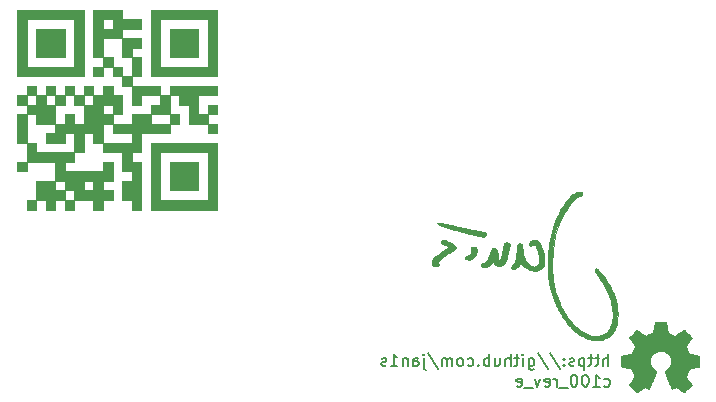
<source format=gbr>
G04 #@! TF.GenerationSoftware,KiCad,Pcbnew,(5.1.5-0-10_14)*
G04 #@! TF.CreationDate,2020-02-05T18:18:06+01:00*
G04 #@! TF.ProjectId,c100_rev_e,63313030-5f72-4657-965f-652e6b696361,rev?*
G04 #@! TF.SameCoordinates,Original*
G04 #@! TF.FileFunction,Legend,Bot*
G04 #@! TF.FilePolarity,Positive*
%FSLAX46Y46*%
G04 Gerber Fmt 4.6, Leading zero omitted, Abs format (unit mm)*
G04 Created by KiCad (PCBNEW (5.1.5-0-10_14)) date 2020-02-05 18:18:06*
%MOMM*%
%LPD*%
G04 APERTURE LIST*
%ADD10C,0.150000*%
%ADD11C,0.010000*%
G04 APERTURE END LIST*
D10*
X56750000Y3095238D02*
X56845238Y3047619D01*
X57035714Y3047619D01*
X57130952Y3095238D01*
X57178571Y3142857D01*
X57226190Y3238095D01*
X57226190Y3523809D01*
X57178571Y3619047D01*
X57130952Y3666666D01*
X57035714Y3714285D01*
X56845238Y3714285D01*
X56750000Y3666666D01*
X55797619Y3047619D02*
X56369047Y3047619D01*
X56083333Y3047619D02*
X56083333Y4047619D01*
X56178571Y3904761D01*
X56273809Y3809523D01*
X56369047Y3761904D01*
X55178571Y4047619D02*
X55083333Y4047619D01*
X54988095Y4000000D01*
X54940476Y3952380D01*
X54892857Y3857142D01*
X54845238Y3666666D01*
X54845238Y3428571D01*
X54892857Y3238095D01*
X54940476Y3142857D01*
X54988095Y3095238D01*
X55083333Y3047619D01*
X55178571Y3047619D01*
X55273809Y3095238D01*
X55321428Y3142857D01*
X55369047Y3238095D01*
X55416666Y3428571D01*
X55416666Y3666666D01*
X55369047Y3857142D01*
X55321428Y3952380D01*
X55273809Y4000000D01*
X55178571Y4047619D01*
X54226190Y4047619D02*
X54130952Y4047619D01*
X54035714Y4000000D01*
X53988095Y3952380D01*
X53940476Y3857142D01*
X53892857Y3666666D01*
X53892857Y3428571D01*
X53940476Y3238095D01*
X53988095Y3142857D01*
X54035714Y3095238D01*
X54130952Y3047619D01*
X54226190Y3047619D01*
X54321428Y3095238D01*
X54369047Y3142857D01*
X54416666Y3238095D01*
X54464285Y3428571D01*
X54464285Y3666666D01*
X54416666Y3857142D01*
X54369047Y3952380D01*
X54321428Y4000000D01*
X54226190Y4047619D01*
X53702380Y2952380D02*
X52940476Y2952380D01*
X52702380Y3047619D02*
X52702380Y3714285D01*
X52702380Y3523809D02*
X52654761Y3619047D01*
X52607142Y3666666D01*
X52511904Y3714285D01*
X52416666Y3714285D01*
X51702380Y3095238D02*
X51797619Y3047619D01*
X51988095Y3047619D01*
X52083333Y3095238D01*
X52130952Y3190476D01*
X52130952Y3571428D01*
X52083333Y3666666D01*
X51988095Y3714285D01*
X51797619Y3714285D01*
X51702380Y3666666D01*
X51654761Y3571428D01*
X51654761Y3476190D01*
X52130952Y3380952D01*
X51321428Y3714285D02*
X51083333Y3047619D01*
X50845238Y3714285D01*
X50702380Y2952380D02*
X49940476Y2952380D01*
X49321428Y3095238D02*
X49416666Y3047619D01*
X49607142Y3047619D01*
X49702380Y3095238D01*
X49750000Y3190476D01*
X49750000Y3571428D01*
X49702380Y3666666D01*
X49607142Y3714285D01*
X49416666Y3714285D01*
X49321428Y3666666D01*
X49273809Y3571428D01*
X49273809Y3476190D01*
X49750000Y3380952D01*
X57095238Y4797619D02*
X57095238Y5797619D01*
X56666666Y4797619D02*
X56666666Y5321428D01*
X56714285Y5416666D01*
X56809523Y5464285D01*
X56952380Y5464285D01*
X57047619Y5416666D01*
X57095238Y5369047D01*
X56333333Y5464285D02*
X55952380Y5464285D01*
X56190476Y5797619D02*
X56190476Y4940476D01*
X56142857Y4845238D01*
X56047619Y4797619D01*
X55952380Y4797619D01*
X55761904Y5464285D02*
X55380952Y5464285D01*
X55619047Y5797619D02*
X55619047Y4940476D01*
X55571428Y4845238D01*
X55476190Y4797619D01*
X55380952Y4797619D01*
X55047619Y5464285D02*
X55047619Y4464285D01*
X55047619Y5416666D02*
X54952380Y5464285D01*
X54761904Y5464285D01*
X54666666Y5416666D01*
X54619047Y5369047D01*
X54571428Y5273809D01*
X54571428Y4988095D01*
X54619047Y4892857D01*
X54666666Y4845238D01*
X54761904Y4797619D01*
X54952380Y4797619D01*
X55047619Y4845238D01*
X54190476Y4845238D02*
X54095238Y4797619D01*
X53904761Y4797619D01*
X53809523Y4845238D01*
X53761904Y4940476D01*
X53761904Y4988095D01*
X53809523Y5083333D01*
X53904761Y5130952D01*
X54047619Y5130952D01*
X54142857Y5178571D01*
X54190476Y5273809D01*
X54190476Y5321428D01*
X54142857Y5416666D01*
X54047619Y5464285D01*
X53904761Y5464285D01*
X53809523Y5416666D01*
X53333333Y4892857D02*
X53285714Y4845238D01*
X53333333Y4797619D01*
X53380952Y4845238D01*
X53333333Y4892857D01*
X53333333Y4797619D01*
X53333333Y5416666D02*
X53285714Y5369047D01*
X53333333Y5321428D01*
X53380952Y5369047D01*
X53333333Y5416666D01*
X53333333Y5321428D01*
X52142857Y5845238D02*
X53000000Y4559523D01*
X51095238Y5845238D02*
X51952380Y4559523D01*
X50333333Y5464285D02*
X50333333Y4654761D01*
X50380952Y4559523D01*
X50428571Y4511904D01*
X50523809Y4464285D01*
X50666666Y4464285D01*
X50761904Y4511904D01*
X50333333Y4845238D02*
X50428571Y4797619D01*
X50619047Y4797619D01*
X50714285Y4845238D01*
X50761904Y4892857D01*
X50809523Y4988095D01*
X50809523Y5273809D01*
X50761904Y5369047D01*
X50714285Y5416666D01*
X50619047Y5464285D01*
X50428571Y5464285D01*
X50333333Y5416666D01*
X49857142Y4797619D02*
X49857142Y5464285D01*
X49857142Y5797619D02*
X49904761Y5750000D01*
X49857142Y5702380D01*
X49809523Y5750000D01*
X49857142Y5797619D01*
X49857142Y5702380D01*
X49523809Y5464285D02*
X49142857Y5464285D01*
X49380952Y5797619D02*
X49380952Y4940476D01*
X49333333Y4845238D01*
X49238095Y4797619D01*
X49142857Y4797619D01*
X48809523Y4797619D02*
X48809523Y5797619D01*
X48380952Y4797619D02*
X48380952Y5321428D01*
X48428571Y5416666D01*
X48523809Y5464285D01*
X48666666Y5464285D01*
X48761904Y5416666D01*
X48809523Y5369047D01*
X47476190Y5464285D02*
X47476190Y4797619D01*
X47904761Y5464285D02*
X47904761Y4940476D01*
X47857142Y4845238D01*
X47761904Y4797619D01*
X47619047Y4797619D01*
X47523809Y4845238D01*
X47476190Y4892857D01*
X47000000Y4797619D02*
X47000000Y5797619D01*
X47000000Y5416666D02*
X46904761Y5464285D01*
X46714285Y5464285D01*
X46619047Y5416666D01*
X46571428Y5369047D01*
X46523809Y5273809D01*
X46523809Y4988095D01*
X46571428Y4892857D01*
X46619047Y4845238D01*
X46714285Y4797619D01*
X46904761Y4797619D01*
X47000000Y4845238D01*
X46095238Y4892857D02*
X46047619Y4845238D01*
X46095238Y4797619D01*
X46142857Y4845238D01*
X46095238Y4892857D01*
X46095238Y4797619D01*
X45190476Y4845238D02*
X45285714Y4797619D01*
X45476190Y4797619D01*
X45571428Y4845238D01*
X45619047Y4892857D01*
X45666666Y4988095D01*
X45666666Y5273809D01*
X45619047Y5369047D01*
X45571428Y5416666D01*
X45476190Y5464285D01*
X45285714Y5464285D01*
X45190476Y5416666D01*
X44619047Y4797619D02*
X44714285Y4845238D01*
X44761904Y4892857D01*
X44809523Y4988095D01*
X44809523Y5273809D01*
X44761904Y5369047D01*
X44714285Y5416666D01*
X44619047Y5464285D01*
X44476190Y5464285D01*
X44380952Y5416666D01*
X44333333Y5369047D01*
X44285714Y5273809D01*
X44285714Y4988095D01*
X44333333Y4892857D01*
X44380952Y4845238D01*
X44476190Y4797619D01*
X44619047Y4797619D01*
X43857142Y4797619D02*
X43857142Y5464285D01*
X43857142Y5369047D02*
X43809523Y5416666D01*
X43714285Y5464285D01*
X43571428Y5464285D01*
X43476190Y5416666D01*
X43428571Y5321428D01*
X43428571Y4797619D01*
X43428571Y5321428D02*
X43380952Y5416666D01*
X43285714Y5464285D01*
X43142857Y5464285D01*
X43047619Y5416666D01*
X43000000Y5321428D01*
X43000000Y4797619D01*
X41809523Y5845238D02*
X42666666Y4559523D01*
X41476190Y5464285D02*
X41476190Y4607142D01*
X41523809Y4511904D01*
X41619047Y4464285D01*
X41666666Y4464285D01*
X41476190Y5797619D02*
X41523809Y5750000D01*
X41476190Y5702380D01*
X41428571Y5750000D01*
X41476190Y5797619D01*
X41476190Y5702380D01*
X40571428Y4797619D02*
X40571428Y5321428D01*
X40619047Y5416666D01*
X40714285Y5464285D01*
X40904761Y5464285D01*
X41000000Y5416666D01*
X40571428Y4845238D02*
X40666666Y4797619D01*
X40904761Y4797619D01*
X41000000Y4845238D01*
X41047619Y4940476D01*
X41047619Y5035714D01*
X41000000Y5130952D01*
X40904761Y5178571D01*
X40666666Y5178571D01*
X40571428Y5226190D01*
X40095238Y5464285D02*
X40095238Y4797619D01*
X40095238Y5369047D02*
X40047619Y5416666D01*
X39952380Y5464285D01*
X39809523Y5464285D01*
X39714285Y5416666D01*
X39666666Y5321428D01*
X39666666Y4797619D01*
X38666666Y4797619D02*
X39238095Y4797619D01*
X38952380Y4797619D02*
X38952380Y5797619D01*
X39047619Y5654761D01*
X39142857Y5559523D01*
X39238095Y5511904D01*
X38285714Y4845238D02*
X38190476Y4797619D01*
X38000000Y4797619D01*
X37904761Y4845238D01*
X37857142Y4940476D01*
X37857142Y4988095D01*
X37904761Y5083333D01*
X38000000Y5130952D01*
X38142857Y5130952D01*
X38238095Y5178571D01*
X38285714Y5273809D01*
X38285714Y5321428D01*
X38238095Y5416666D01*
X38142857Y5464285D01*
X38000000Y5464285D01*
X37904761Y5416666D01*
D11*
G36*
X54523898Y19530152D02*
G01*
X54465344Y19521155D01*
X54437945Y19514896D01*
X54344143Y19484234D01*
X54248858Y19440136D01*
X54152044Y19382554D01*
X54053653Y19311439D01*
X53953639Y19226743D01*
X53851955Y19128419D01*
X53748553Y19016417D01*
X53643387Y18890690D01*
X53536411Y18751189D01*
X53427576Y18597867D01*
X53316837Y18430674D01*
X53204146Y18249562D01*
X53199463Y18241806D01*
X53033548Y17954143D01*
X52880044Y17661907D01*
X52738843Y17364745D01*
X52609838Y17062303D01*
X52492921Y16754226D01*
X52387985Y16440160D01*
X52294923Y16119752D01*
X52213625Y15792646D01*
X52143986Y15458490D01*
X52085897Y15116929D01*
X52039250Y14767608D01*
X52003939Y14410174D01*
X51993534Y14273056D01*
X51984062Y14115384D01*
X51976738Y13946410D01*
X51971567Y13768779D01*
X51968554Y13585137D01*
X51967705Y13398130D01*
X51969026Y13210402D01*
X51972523Y13024601D01*
X51978201Y12843371D01*
X51986066Y12669357D01*
X51989913Y12600889D01*
X52013225Y12298964D01*
X52046726Y12006018D01*
X52090655Y11721026D01*
X52145254Y11442961D01*
X52210762Y11170795D01*
X52287419Y10903503D01*
X52375464Y10640056D01*
X52475139Y10379429D01*
X52550975Y10200353D01*
X52590633Y10112627D01*
X52636552Y10015139D01*
X52687575Y9910132D01*
X52742546Y9799849D01*
X52800310Y9686534D01*
X52859709Y9572430D01*
X52919589Y9459781D01*
X52978794Y9350828D01*
X53036166Y9247816D01*
X53090551Y9152989D01*
X53091874Y9150723D01*
X53144248Y9063872D01*
X53204383Y8969051D01*
X53270547Y8868727D01*
X53341003Y8765366D01*
X53414019Y8661436D01*
X53487860Y8559404D01*
X53560791Y8461737D01*
X53631078Y8370902D01*
X53696988Y8289367D01*
X53699439Y8286417D01*
X53722683Y8259690D01*
X53754378Y8225040D01*
X53793192Y8183800D01*
X53837790Y8137302D01*
X53886837Y8086879D01*
X53939000Y8033861D01*
X53992944Y7979583D01*
X54047334Y7925375D01*
X54100837Y7872570D01*
X54152119Y7822500D01*
X54199844Y7776498D01*
X54242679Y7735895D01*
X54279289Y7702024D01*
X54308340Y7676216D01*
X54322023Y7664808D01*
X54430360Y7582497D01*
X54546438Y7502329D01*
X54668589Y7425101D01*
X54795148Y7351615D01*
X54924446Y7282671D01*
X55054817Y7219068D01*
X55184595Y7161608D01*
X55312111Y7111089D01*
X55435700Y7068312D01*
X55553694Y7034078D01*
X55664426Y7009186D01*
X55701192Y7002823D01*
X55770678Y6993099D01*
X55847203Y6984615D01*
X55928129Y6977502D01*
X56010816Y6971889D01*
X56092626Y6967906D01*
X56170920Y6965684D01*
X56243060Y6965351D01*
X56306405Y6967038D01*
X56355818Y6970608D01*
X56480844Y6989219D01*
X56603281Y7018783D01*
X56723951Y7059701D01*
X56843674Y7112376D01*
X56963273Y7177210D01*
X57083566Y7254604D01*
X57205377Y7344961D01*
X57326517Y7446038D01*
X57365242Y7480499D01*
X57395606Y7508930D01*
X57420199Y7534198D01*
X57441614Y7559171D01*
X57462441Y7586715D01*
X57485273Y7619698D01*
X57490502Y7627490D01*
X57566292Y7752535D01*
X57633945Y7888338D01*
X57693380Y8034075D01*
X57744517Y8188919D01*
X57787276Y8352044D01*
X57821575Y8522624D01*
X57847336Y8699834D01*
X57864476Y8882847D01*
X57872916Y9070838D01*
X57872576Y9262981D01*
X57863375Y9458450D01*
X57845233Y9656419D01*
X57818069Y9856062D01*
X57781803Y10056553D01*
X57743588Y10227734D01*
X57707269Y10369813D01*
X57668818Y10505163D01*
X57627329Y10636184D01*
X57581898Y10765279D01*
X57531618Y10894847D01*
X57475585Y11027290D01*
X57412894Y11165008D01*
X57342638Y11310402D01*
X57312998Y11369695D01*
X57213369Y11561614D01*
X57113824Y11741473D01*
X57012993Y11911248D01*
X56909505Y12072913D01*
X56801992Y12228445D01*
X56689083Y12379820D01*
X56569409Y12529013D01*
X56441601Y12678001D01*
X56304289Y12828758D01*
X56293816Y12839928D01*
X56229538Y12906919D01*
X56173298Y12962474D01*
X56125116Y13006578D01*
X56085008Y13039216D01*
X56052994Y13060373D01*
X56029092Y13070034D01*
X56015998Y13069544D01*
X56004969Y13058696D01*
X55996155Y13037805D01*
X55990966Y13010914D01*
X55990167Y12995407D01*
X55985760Y12959742D01*
X55971181Y12929776D01*
X55950339Y12906385D01*
X55935027Y12890362D01*
X55928665Y12877610D01*
X55928924Y12862920D01*
X55929481Y12859740D01*
X55937224Y12835917D01*
X55953332Y12801544D01*
X55977462Y12757174D01*
X56009271Y12703360D01*
X56048414Y12640653D01*
X56094549Y12569606D01*
X56147331Y12490773D01*
X56206416Y12404706D01*
X56260571Y12327359D01*
X56301877Y12268758D01*
X56336506Y12219359D01*
X56365986Y12176882D01*
X56391845Y12139047D01*
X56415610Y12103576D01*
X56438810Y12068189D01*
X56462972Y12030606D01*
X56489623Y11988548D01*
X56519376Y11941195D01*
X56661130Y11705225D01*
X56792288Y11466723D01*
X56912536Y11226505D01*
X57021561Y10985383D01*
X57119047Y10744172D01*
X57204681Y10503687D01*
X57278147Y10264740D01*
X57339131Y10028146D01*
X57387319Y9794719D01*
X57414703Y9623445D01*
X57423316Y9560101D01*
X57430281Y9504465D01*
X57435767Y9453814D01*
X57439942Y9405424D01*
X57442975Y9356569D01*
X57445036Y9304526D01*
X57446292Y9246570D01*
X57446914Y9179977D01*
X57447069Y9102022D01*
X57447069Y9101334D01*
X57446897Y9027325D01*
X57446379Y8965398D01*
X57445438Y8913528D01*
X57444002Y8869688D01*
X57441995Y8831852D01*
X57439343Y8797994D01*
X57435972Y8766088D01*
X57434233Y8752084D01*
X57406990Y8581685D01*
X57370670Y8421572D01*
X57325346Y8271846D01*
X57271089Y8132609D01*
X57207971Y8003961D01*
X57136063Y7886004D01*
X57055436Y7778840D01*
X56966163Y7682570D01*
X56868314Y7597295D01*
X56761962Y7523116D01*
X56647178Y7460135D01*
X56524033Y7408453D01*
X56473473Y7391292D01*
X56396856Y7369001D01*
X56322552Y7352006D01*
X56247137Y7339836D01*
X56167187Y7332016D01*
X56079279Y7328072D01*
X56011334Y7327364D01*
X55906803Y7329318D01*
X55812024Y7335379D01*
X55723073Y7346167D01*
X55636030Y7362302D01*
X55546971Y7384403D01*
X55451975Y7413089D01*
X55436306Y7418218D01*
X55276111Y7478152D01*
X55116258Y7551819D01*
X54957096Y7638839D01*
X54798971Y7738834D01*
X54642233Y7851425D01*
X54487228Y7976233D01*
X54334306Y8112880D01*
X54183813Y8260988D01*
X54036097Y8420176D01*
X53891507Y8590066D01*
X53750391Y8770281D01*
X53613096Y8960440D01*
X53479970Y9160166D01*
X53351361Y9369078D01*
X53227617Y9586800D01*
X53109087Y9812952D01*
X52996117Y10047155D01*
X52970998Y10102030D01*
X52879860Y10310445D01*
X52797188Y10515325D01*
X52722618Y10718209D01*
X52655787Y10920636D01*
X52596333Y11124145D01*
X52543892Y11330275D01*
X52498100Y11540564D01*
X52458595Y11756552D01*
X52425014Y11979777D01*
X52396993Y12211777D01*
X52374169Y12454093D01*
X52356272Y12706723D01*
X52353844Y12755584D01*
X52351650Y12816691D01*
X52349702Y12888179D01*
X52348013Y12968183D01*
X52346594Y13054838D01*
X52345458Y13146282D01*
X52344616Y13240649D01*
X52344081Y13336075D01*
X52343863Y13430696D01*
X52343976Y13522647D01*
X52344432Y13610064D01*
X52345242Y13691083D01*
X52346418Y13763839D01*
X52347973Y13826469D01*
X52348890Y13853250D01*
X52364688Y14168953D01*
X52387568Y14473323D01*
X52417710Y14767340D01*
X52455298Y15051980D01*
X52500514Y15328222D01*
X52553541Y15597043D01*
X52614559Y15859422D01*
X52683752Y16116335D01*
X52761302Y16368762D01*
X52847390Y16617679D01*
X52880737Y16707223D01*
X52950936Y16884510D01*
X53026692Y17061442D01*
X53107439Y17237145D01*
X53192613Y17410744D01*
X53281648Y17581365D01*
X53373979Y17748133D01*
X53469041Y17910174D01*
X53566269Y18066613D01*
X53665098Y18216575D01*
X53764962Y18359186D01*
X53865298Y18493571D01*
X53965538Y18618856D01*
X54065119Y18734167D01*
X54163475Y18838627D01*
X54260042Y18931364D01*
X54354253Y19011503D01*
X54385028Y19035259D01*
X54450112Y19081351D01*
X54511084Y19118144D01*
X54572027Y19147825D01*
X54637024Y19172581D01*
X54648216Y19176277D01*
X54701092Y19194272D01*
X54742120Y19210448D01*
X54773259Y19225901D01*
X54796468Y19241730D01*
X54813706Y19259028D01*
X54824765Y19275090D01*
X54833813Y19291960D01*
X54839420Y19307833D01*
X54842387Y19326914D01*
X54843513Y19353407D01*
X54843639Y19374223D01*
X54841854Y19418056D01*
X54835719Y19450775D01*
X54824064Y19475015D01*
X54805722Y19493410D01*
X54785247Y19505789D01*
X54747472Y19519638D01*
X54699358Y19529080D01*
X54643997Y19534034D01*
X54584479Y19534418D01*
X54523898Y19530152D01*
G37*
X54523898Y19530152D02*
X54465344Y19521155D01*
X54437945Y19514896D01*
X54344143Y19484234D01*
X54248858Y19440136D01*
X54152044Y19382554D01*
X54053653Y19311439D01*
X53953639Y19226743D01*
X53851955Y19128419D01*
X53748553Y19016417D01*
X53643387Y18890690D01*
X53536411Y18751189D01*
X53427576Y18597867D01*
X53316837Y18430674D01*
X53204146Y18249562D01*
X53199463Y18241806D01*
X53033548Y17954143D01*
X52880044Y17661907D01*
X52738843Y17364745D01*
X52609838Y17062303D01*
X52492921Y16754226D01*
X52387985Y16440160D01*
X52294923Y16119752D01*
X52213625Y15792646D01*
X52143986Y15458490D01*
X52085897Y15116929D01*
X52039250Y14767608D01*
X52003939Y14410174D01*
X51993534Y14273056D01*
X51984062Y14115384D01*
X51976738Y13946410D01*
X51971567Y13768779D01*
X51968554Y13585137D01*
X51967705Y13398130D01*
X51969026Y13210402D01*
X51972523Y13024601D01*
X51978201Y12843371D01*
X51986066Y12669357D01*
X51989913Y12600889D01*
X52013225Y12298964D01*
X52046726Y12006018D01*
X52090655Y11721026D01*
X52145254Y11442961D01*
X52210762Y11170795D01*
X52287419Y10903503D01*
X52375464Y10640056D01*
X52475139Y10379429D01*
X52550975Y10200353D01*
X52590633Y10112627D01*
X52636552Y10015139D01*
X52687575Y9910132D01*
X52742546Y9799849D01*
X52800310Y9686534D01*
X52859709Y9572430D01*
X52919589Y9459781D01*
X52978794Y9350828D01*
X53036166Y9247816D01*
X53090551Y9152989D01*
X53091874Y9150723D01*
X53144248Y9063872D01*
X53204383Y8969051D01*
X53270547Y8868727D01*
X53341003Y8765366D01*
X53414019Y8661436D01*
X53487860Y8559404D01*
X53560791Y8461737D01*
X53631078Y8370902D01*
X53696988Y8289367D01*
X53699439Y8286417D01*
X53722683Y8259690D01*
X53754378Y8225040D01*
X53793192Y8183800D01*
X53837790Y8137302D01*
X53886837Y8086879D01*
X53939000Y8033861D01*
X53992944Y7979583D01*
X54047334Y7925375D01*
X54100837Y7872570D01*
X54152119Y7822500D01*
X54199844Y7776498D01*
X54242679Y7735895D01*
X54279289Y7702024D01*
X54308340Y7676216D01*
X54322023Y7664808D01*
X54430360Y7582497D01*
X54546438Y7502329D01*
X54668589Y7425101D01*
X54795148Y7351615D01*
X54924446Y7282671D01*
X55054817Y7219068D01*
X55184595Y7161608D01*
X55312111Y7111089D01*
X55435700Y7068312D01*
X55553694Y7034078D01*
X55664426Y7009186D01*
X55701192Y7002823D01*
X55770678Y6993099D01*
X55847203Y6984615D01*
X55928129Y6977502D01*
X56010816Y6971889D01*
X56092626Y6967906D01*
X56170920Y6965684D01*
X56243060Y6965351D01*
X56306405Y6967038D01*
X56355818Y6970608D01*
X56480844Y6989219D01*
X56603281Y7018783D01*
X56723951Y7059701D01*
X56843674Y7112376D01*
X56963273Y7177210D01*
X57083566Y7254604D01*
X57205377Y7344961D01*
X57326517Y7446038D01*
X57365242Y7480499D01*
X57395606Y7508930D01*
X57420199Y7534198D01*
X57441614Y7559171D01*
X57462441Y7586715D01*
X57485273Y7619698D01*
X57490502Y7627490D01*
X57566292Y7752535D01*
X57633945Y7888338D01*
X57693380Y8034075D01*
X57744517Y8188919D01*
X57787276Y8352044D01*
X57821575Y8522624D01*
X57847336Y8699834D01*
X57864476Y8882847D01*
X57872916Y9070838D01*
X57872576Y9262981D01*
X57863375Y9458450D01*
X57845233Y9656419D01*
X57818069Y9856062D01*
X57781803Y10056553D01*
X57743588Y10227734D01*
X57707269Y10369813D01*
X57668818Y10505163D01*
X57627329Y10636184D01*
X57581898Y10765279D01*
X57531618Y10894847D01*
X57475585Y11027290D01*
X57412894Y11165008D01*
X57342638Y11310402D01*
X57312998Y11369695D01*
X57213369Y11561614D01*
X57113824Y11741473D01*
X57012993Y11911248D01*
X56909505Y12072913D01*
X56801992Y12228445D01*
X56689083Y12379820D01*
X56569409Y12529013D01*
X56441601Y12678001D01*
X56304289Y12828758D01*
X56293816Y12839928D01*
X56229538Y12906919D01*
X56173298Y12962474D01*
X56125116Y13006578D01*
X56085008Y13039216D01*
X56052994Y13060373D01*
X56029092Y13070034D01*
X56015998Y13069544D01*
X56004969Y13058696D01*
X55996155Y13037805D01*
X55990966Y13010914D01*
X55990167Y12995407D01*
X55985760Y12959742D01*
X55971181Y12929776D01*
X55950339Y12906385D01*
X55935027Y12890362D01*
X55928665Y12877610D01*
X55928924Y12862920D01*
X55929481Y12859740D01*
X55937224Y12835917D01*
X55953332Y12801544D01*
X55977462Y12757174D01*
X56009271Y12703360D01*
X56048414Y12640653D01*
X56094549Y12569606D01*
X56147331Y12490773D01*
X56206416Y12404706D01*
X56260571Y12327359D01*
X56301877Y12268758D01*
X56336506Y12219359D01*
X56365986Y12176882D01*
X56391845Y12139047D01*
X56415610Y12103576D01*
X56438810Y12068189D01*
X56462972Y12030606D01*
X56489623Y11988548D01*
X56519376Y11941195D01*
X56661130Y11705225D01*
X56792288Y11466723D01*
X56912536Y11226505D01*
X57021561Y10985383D01*
X57119047Y10744172D01*
X57204681Y10503687D01*
X57278147Y10264740D01*
X57339131Y10028146D01*
X57387319Y9794719D01*
X57414703Y9623445D01*
X57423316Y9560101D01*
X57430281Y9504465D01*
X57435767Y9453814D01*
X57439942Y9405424D01*
X57442975Y9356569D01*
X57445036Y9304526D01*
X57446292Y9246570D01*
X57446914Y9179977D01*
X57447069Y9102022D01*
X57447069Y9101334D01*
X57446897Y9027325D01*
X57446379Y8965398D01*
X57445438Y8913528D01*
X57444002Y8869688D01*
X57441995Y8831852D01*
X57439343Y8797994D01*
X57435972Y8766088D01*
X57434233Y8752084D01*
X57406990Y8581685D01*
X57370670Y8421572D01*
X57325346Y8271846D01*
X57271089Y8132609D01*
X57207971Y8003961D01*
X57136063Y7886004D01*
X57055436Y7778840D01*
X56966163Y7682570D01*
X56868314Y7597295D01*
X56761962Y7523116D01*
X56647178Y7460135D01*
X56524033Y7408453D01*
X56473473Y7391292D01*
X56396856Y7369001D01*
X56322552Y7352006D01*
X56247137Y7339836D01*
X56167187Y7332016D01*
X56079279Y7328072D01*
X56011334Y7327364D01*
X55906803Y7329318D01*
X55812024Y7335379D01*
X55723073Y7346167D01*
X55636030Y7362302D01*
X55546971Y7384403D01*
X55451975Y7413089D01*
X55436306Y7418218D01*
X55276111Y7478152D01*
X55116258Y7551819D01*
X54957096Y7638839D01*
X54798971Y7738834D01*
X54642233Y7851425D01*
X54487228Y7976233D01*
X54334306Y8112880D01*
X54183813Y8260988D01*
X54036097Y8420176D01*
X53891507Y8590066D01*
X53750391Y8770281D01*
X53613096Y8960440D01*
X53479970Y9160166D01*
X53351361Y9369078D01*
X53227617Y9586800D01*
X53109087Y9812952D01*
X52996117Y10047155D01*
X52970998Y10102030D01*
X52879860Y10310445D01*
X52797188Y10515325D01*
X52722618Y10718209D01*
X52655787Y10920636D01*
X52596333Y11124145D01*
X52543892Y11330275D01*
X52498100Y11540564D01*
X52458595Y11756552D01*
X52425014Y11979777D01*
X52396993Y12211777D01*
X52374169Y12454093D01*
X52356272Y12706723D01*
X52353844Y12755584D01*
X52351650Y12816691D01*
X52349702Y12888179D01*
X52348013Y12968183D01*
X52346594Y13054838D01*
X52345458Y13146282D01*
X52344616Y13240649D01*
X52344081Y13336075D01*
X52343863Y13430696D01*
X52343976Y13522647D01*
X52344432Y13610064D01*
X52345242Y13691083D01*
X52346418Y13763839D01*
X52347973Y13826469D01*
X52348890Y13853250D01*
X52364688Y14168953D01*
X52387568Y14473323D01*
X52417710Y14767340D01*
X52455298Y15051980D01*
X52500514Y15328222D01*
X52553541Y15597043D01*
X52614559Y15859422D01*
X52683752Y16116335D01*
X52761302Y16368762D01*
X52847390Y16617679D01*
X52880737Y16707223D01*
X52950936Y16884510D01*
X53026692Y17061442D01*
X53107439Y17237145D01*
X53192613Y17410744D01*
X53281648Y17581365D01*
X53373979Y17748133D01*
X53469041Y17910174D01*
X53566269Y18066613D01*
X53665098Y18216575D01*
X53764962Y18359186D01*
X53865298Y18493571D01*
X53965538Y18618856D01*
X54065119Y18734167D01*
X54163475Y18838627D01*
X54260042Y18931364D01*
X54354253Y19011503D01*
X54385028Y19035259D01*
X54450112Y19081351D01*
X54511084Y19118144D01*
X54572027Y19147825D01*
X54637024Y19172581D01*
X54648216Y19176277D01*
X54701092Y19194272D01*
X54742120Y19210448D01*
X54773259Y19225901D01*
X54796468Y19241730D01*
X54813706Y19259028D01*
X54824765Y19275090D01*
X54833813Y19291960D01*
X54839420Y19307833D01*
X54842387Y19326914D01*
X54843513Y19353407D01*
X54843639Y19374223D01*
X54841854Y19418056D01*
X54835719Y19450775D01*
X54824064Y19475015D01*
X54805722Y19493410D01*
X54785247Y19505789D01*
X54747472Y19519638D01*
X54699358Y19529080D01*
X54643997Y19534034D01*
X54584479Y19534418D01*
X54523898Y19530152D01*
G36*
X50746099Y15485050D02*
G01*
X50675679Y15470405D01*
X50609240Y15444743D01*
X50548472Y15407985D01*
X50510111Y15375511D01*
X50473705Y15335667D01*
X50438046Y15288425D01*
X50405444Y15237512D01*
X50378210Y15186657D01*
X50358655Y15139587D01*
X50353600Y15123028D01*
X50350499Y15085883D01*
X50359851Y15050354D01*
X50380073Y15019519D01*
X50409582Y14996456D01*
X50421544Y14990895D01*
X50466533Y14978246D01*
X50514150Y14975305D01*
X50566049Y14982298D01*
X50623886Y14999452D01*
X50689314Y15026995D01*
X50691181Y15027876D01*
X50737598Y15048144D01*
X50774896Y15059859D01*
X50805372Y15062760D01*
X50831327Y15056583D01*
X50855060Y15041066D01*
X50878869Y15015947D01*
X50887135Y15005507D01*
X50925725Y14948505D01*
X50964265Y14878592D01*
X51002303Y14796963D01*
X51039389Y14704813D01*
X51075069Y14603336D01*
X51108893Y14493727D01*
X51140408Y14377180D01*
X51166723Y14266000D01*
X51187816Y14164677D01*
X51203917Y14072667D01*
X51215412Y13986240D01*
X51222690Y13901663D01*
X51226140Y13815208D01*
X51226151Y13723141D01*
X51225686Y13699833D01*
X51223534Y13631253D01*
X51220160Y13574747D01*
X51214912Y13528288D01*
X51207136Y13489851D01*
X51196182Y13457410D01*
X51181396Y13428939D01*
X51162125Y13402411D01*
X51137718Y13375801D01*
X51114003Y13353044D01*
X51053670Y13303230D01*
X50989692Y13261407D01*
X50925753Y13229902D01*
X50908488Y13223292D01*
X50879414Y13213969D01*
X50852666Y13208365D01*
X50822664Y13205638D01*
X50786695Y13204949D01*
X50749748Y13205600D01*
X50720887Y13208255D01*
X50694123Y13213885D01*
X50663469Y13223463D01*
X50655491Y13226237D01*
X50598364Y13249421D01*
X50540454Y13279378D01*
X50480244Y13317122D01*
X50416217Y13363663D01*
X50346855Y13420014D01*
X50288513Y13471035D01*
X50200970Y13558656D01*
X50122355Y13656425D01*
X50052552Y13764564D01*
X49991446Y13883294D01*
X49938920Y14012839D01*
X49894859Y14153419D01*
X49863480Y14284116D01*
X49850522Y14352500D01*
X49840150Y14422592D01*
X49832102Y14497088D01*
X49826115Y14578684D01*
X49821927Y14670076D01*
X49820230Y14728139D01*
X49817981Y14804570D01*
X49815046Y14868343D01*
X49811100Y14920908D01*
X49805821Y14963714D01*
X49798883Y14998210D01*
X49789962Y15025845D01*
X49778734Y15048068D01*
X49764875Y15066329D01*
X49748061Y15082077D01*
X49739578Y15088630D01*
X49710610Y15106455D01*
X49673139Y15124673D01*
X49632527Y15141051D01*
X49594137Y15153362D01*
X49572170Y15158250D01*
X49529412Y15158683D01*
X49490329Y15145786D01*
X49455688Y15120035D01*
X49426254Y15081907D01*
X49414503Y15059989D01*
X49401245Y15028705D01*
X49389132Y14992329D01*
X49377983Y14949765D01*
X49367620Y14899918D01*
X49357862Y14841692D01*
X49348532Y14773992D01*
X49339449Y14695722D01*
X49330434Y14605786D01*
X49321307Y14503090D01*
X49319183Y14477667D01*
X49306491Y14334292D01*
X49293138Y14204145D01*
X49278935Y14086350D01*
X49263695Y13980031D01*
X49247231Y13884313D01*
X49229353Y13798320D01*
X49209874Y13721176D01*
X49188606Y13652006D01*
X49165362Y13589935D01*
X49139952Y13534086D01*
X49112189Y13483584D01*
X49102376Y13467782D01*
X49088212Y13448149D01*
X49066818Y13421583D01*
X49040836Y13391232D01*
X49012907Y13360247D01*
X49006004Y13352849D01*
X48960966Y13302423D01*
X48926836Y13258183D01*
X48902695Y13218613D01*
X48887625Y13182198D01*
X48880708Y13147424D01*
X48880568Y13145799D01*
X48882121Y13107680D01*
X48894396Y13077955D01*
X48918339Y13054842D01*
X48933539Y13045936D01*
X48964803Y13034183D01*
X49003900Y13025382D01*
X49044692Y13020502D01*
X49081043Y13020510D01*
X49089029Y13021434D01*
X49148559Y13035960D01*
X49212122Y13061666D01*
X49277486Y13097087D01*
X49342419Y13140760D01*
X49404689Y13191219D01*
X49462065Y13247001D01*
X49500529Y13291433D01*
X49531667Y13332696D01*
X49553950Y13368397D01*
X49569107Y13402307D01*
X49578867Y13438199D01*
X49584363Y13474432D01*
X49588206Y13502771D01*
X49592482Y13525779D01*
X49596465Y13539804D01*
X49597775Y13542042D01*
X49600987Y13543732D01*
X49605914Y13543100D01*
X49613360Y13539452D01*
X49624124Y13532095D01*
X49639008Y13520338D01*
X49658813Y13503486D01*
X49684341Y13480847D01*
X49716394Y13451729D01*
X49755772Y13415437D01*
X49803277Y13371281D01*
X49859710Y13318566D01*
X49901408Y13279525D01*
X49994042Y13196584D01*
X50086061Y13121690D01*
X50175486Y13056379D01*
X50255308Y13005155D01*
X50314044Y12972253D01*
X50370812Y12945039D01*
X50428924Y12922340D01*
X50491697Y12902983D01*
X50562443Y12885795D01*
X50631473Y12871985D01*
X50671680Y12866316D01*
X50721876Y12861972D01*
X50778499Y12859011D01*
X50837989Y12857490D01*
X50896783Y12857468D01*
X50951320Y12859003D01*
X50998038Y12862154D01*
X51025398Y12865546D01*
X51135574Y12889278D01*
X51236137Y12923252D01*
X51327277Y12967558D01*
X51409184Y13022286D01*
X51474916Y13080280D01*
X51524720Y13135650D01*
X51566551Y13194615D01*
X51600780Y13258447D01*
X51627776Y13328419D01*
X51647909Y13405804D01*
X51661549Y13491876D01*
X51669065Y13587906D01*
X51670828Y13695169D01*
X51669741Y13750945D01*
X51662975Y13876313D01*
X51650242Y14004751D01*
X51631954Y14134981D01*
X51608519Y14265727D01*
X51580348Y14395711D01*
X51547850Y14523658D01*
X51511437Y14648291D01*
X51471518Y14768331D01*
X51428502Y14882503D01*
X51382801Y14989531D01*
X51334824Y15088136D01*
X51284980Y15177042D01*
X51233681Y15254973D01*
X51181336Y15320651D01*
X51157548Y15345869D01*
X51098744Y15395709D01*
X51033777Y15434994D01*
X50964339Y15463648D01*
X50892119Y15481594D01*
X50818810Y15488753D01*
X50746099Y15485050D01*
G37*
X50746099Y15485050D02*
X50675679Y15470405D01*
X50609240Y15444743D01*
X50548472Y15407985D01*
X50510111Y15375511D01*
X50473705Y15335667D01*
X50438046Y15288425D01*
X50405444Y15237512D01*
X50378210Y15186657D01*
X50358655Y15139587D01*
X50353600Y15123028D01*
X50350499Y15085883D01*
X50359851Y15050354D01*
X50380073Y15019519D01*
X50409582Y14996456D01*
X50421544Y14990895D01*
X50466533Y14978246D01*
X50514150Y14975305D01*
X50566049Y14982298D01*
X50623886Y14999452D01*
X50689314Y15026995D01*
X50691181Y15027876D01*
X50737598Y15048144D01*
X50774896Y15059859D01*
X50805372Y15062760D01*
X50831327Y15056583D01*
X50855060Y15041066D01*
X50878869Y15015947D01*
X50887135Y15005507D01*
X50925725Y14948505D01*
X50964265Y14878592D01*
X51002303Y14796963D01*
X51039389Y14704813D01*
X51075069Y14603336D01*
X51108893Y14493727D01*
X51140408Y14377180D01*
X51166723Y14266000D01*
X51187816Y14164677D01*
X51203917Y14072667D01*
X51215412Y13986240D01*
X51222690Y13901663D01*
X51226140Y13815208D01*
X51226151Y13723141D01*
X51225686Y13699833D01*
X51223534Y13631253D01*
X51220160Y13574747D01*
X51214912Y13528288D01*
X51207136Y13489851D01*
X51196182Y13457410D01*
X51181396Y13428939D01*
X51162125Y13402411D01*
X51137718Y13375801D01*
X51114003Y13353044D01*
X51053670Y13303230D01*
X50989692Y13261407D01*
X50925753Y13229902D01*
X50908488Y13223292D01*
X50879414Y13213969D01*
X50852666Y13208365D01*
X50822664Y13205638D01*
X50786695Y13204949D01*
X50749748Y13205600D01*
X50720887Y13208255D01*
X50694123Y13213885D01*
X50663469Y13223463D01*
X50655491Y13226237D01*
X50598364Y13249421D01*
X50540454Y13279378D01*
X50480244Y13317122D01*
X50416217Y13363663D01*
X50346855Y13420014D01*
X50288513Y13471035D01*
X50200970Y13558656D01*
X50122355Y13656425D01*
X50052552Y13764564D01*
X49991446Y13883294D01*
X49938920Y14012839D01*
X49894859Y14153419D01*
X49863480Y14284116D01*
X49850522Y14352500D01*
X49840150Y14422592D01*
X49832102Y14497088D01*
X49826115Y14578684D01*
X49821927Y14670076D01*
X49820230Y14728139D01*
X49817981Y14804570D01*
X49815046Y14868343D01*
X49811100Y14920908D01*
X49805821Y14963714D01*
X49798883Y14998210D01*
X49789962Y15025845D01*
X49778734Y15048068D01*
X49764875Y15066329D01*
X49748061Y15082077D01*
X49739578Y15088630D01*
X49710610Y15106455D01*
X49673139Y15124673D01*
X49632527Y15141051D01*
X49594137Y15153362D01*
X49572170Y15158250D01*
X49529412Y15158683D01*
X49490329Y15145786D01*
X49455688Y15120035D01*
X49426254Y15081907D01*
X49414503Y15059989D01*
X49401245Y15028705D01*
X49389132Y14992329D01*
X49377983Y14949765D01*
X49367620Y14899918D01*
X49357862Y14841692D01*
X49348532Y14773992D01*
X49339449Y14695722D01*
X49330434Y14605786D01*
X49321307Y14503090D01*
X49319183Y14477667D01*
X49306491Y14334292D01*
X49293138Y14204145D01*
X49278935Y14086350D01*
X49263695Y13980031D01*
X49247231Y13884313D01*
X49229353Y13798320D01*
X49209874Y13721176D01*
X49188606Y13652006D01*
X49165362Y13589935D01*
X49139952Y13534086D01*
X49112189Y13483584D01*
X49102376Y13467782D01*
X49088212Y13448149D01*
X49066818Y13421583D01*
X49040836Y13391232D01*
X49012907Y13360247D01*
X49006004Y13352849D01*
X48960966Y13302423D01*
X48926836Y13258183D01*
X48902695Y13218613D01*
X48887625Y13182198D01*
X48880708Y13147424D01*
X48880568Y13145799D01*
X48882121Y13107680D01*
X48894396Y13077955D01*
X48918339Y13054842D01*
X48933539Y13045936D01*
X48964803Y13034183D01*
X49003900Y13025382D01*
X49044692Y13020502D01*
X49081043Y13020510D01*
X49089029Y13021434D01*
X49148559Y13035960D01*
X49212122Y13061666D01*
X49277486Y13097087D01*
X49342419Y13140760D01*
X49404689Y13191219D01*
X49462065Y13247001D01*
X49500529Y13291433D01*
X49531667Y13332696D01*
X49553950Y13368397D01*
X49569107Y13402307D01*
X49578867Y13438199D01*
X49584363Y13474432D01*
X49588206Y13502771D01*
X49592482Y13525779D01*
X49596465Y13539804D01*
X49597775Y13542042D01*
X49600987Y13543732D01*
X49605914Y13543100D01*
X49613360Y13539452D01*
X49624124Y13532095D01*
X49639008Y13520338D01*
X49658813Y13503486D01*
X49684341Y13480847D01*
X49716394Y13451729D01*
X49755772Y13415437D01*
X49803277Y13371281D01*
X49859710Y13318566D01*
X49901408Y13279525D01*
X49994042Y13196584D01*
X50086061Y13121690D01*
X50175486Y13056379D01*
X50255308Y13005155D01*
X50314044Y12972253D01*
X50370812Y12945039D01*
X50428924Y12922340D01*
X50491697Y12902983D01*
X50562443Y12885795D01*
X50631473Y12871985D01*
X50671680Y12866316D01*
X50721876Y12861972D01*
X50778499Y12859011D01*
X50837989Y12857490D01*
X50896783Y12857468D01*
X50951320Y12859003D01*
X50998038Y12862154D01*
X51025398Y12865546D01*
X51135574Y12889278D01*
X51236137Y12923252D01*
X51327277Y12967558D01*
X51409184Y13022286D01*
X51474916Y13080280D01*
X51524720Y13135650D01*
X51566551Y13194615D01*
X51600780Y13258447D01*
X51627776Y13328419D01*
X51647909Y13405804D01*
X51661549Y13491876D01*
X51669065Y13587906D01*
X51670828Y13695169D01*
X51669741Y13750945D01*
X51662975Y13876313D01*
X51650242Y14004751D01*
X51631954Y14134981D01*
X51608519Y14265727D01*
X51580348Y14395711D01*
X51547850Y14523658D01*
X51511437Y14648291D01*
X51471518Y14768331D01*
X51428502Y14882503D01*
X51382801Y14989531D01*
X51334824Y15088136D01*
X51284980Y15177042D01*
X51233681Y15254973D01*
X51181336Y15320651D01*
X51157548Y15345869D01*
X51098744Y15395709D01*
X51033777Y15434994D01*
X50964339Y15463648D01*
X50892119Y15481594D01*
X50818810Y15488753D01*
X50746099Y15485050D01*
G36*
X48402190Y15248799D02*
G01*
X48351847Y15235301D01*
X48307630Y15211347D01*
X48274950Y15181348D01*
X48262792Y15164523D01*
X48251042Y15142492D01*
X48239476Y15114344D01*
X48227873Y15079167D01*
X48216012Y15036048D01*
X48203670Y14984075D01*
X48190626Y14922337D01*
X48176658Y14849921D01*
X48161544Y14765916D01*
X48145062Y14669409D01*
X48133558Y14599832D01*
X48123547Y14539459D01*
X48113364Y14479530D01*
X48103447Y14422515D01*
X48094232Y14370884D01*
X48086159Y14327105D01*
X48079663Y14293648D01*
X48077310Y14282332D01*
X48053364Y14178204D01*
X48027748Y14080102D01*
X48000978Y13989668D01*
X47973570Y13908545D01*
X47946040Y13838375D01*
X47921377Y13785544D01*
X47900228Y13746923D01*
X47882155Y13720010D01*
X47865544Y13703208D01*
X47848784Y13694916D01*
X47830260Y13693534D01*
X47828748Y13693665D01*
X47818696Y13701550D01*
X47808061Y13722975D01*
X47796958Y13757381D01*
X47785503Y13804215D01*
X47773809Y13862920D01*
X47761993Y13932941D01*
X47750168Y14013723D01*
X47738451Y14104708D01*
X47731573Y14163489D01*
X47718761Y14267385D01*
X47705136Y14358246D01*
X47690370Y14437138D01*
X47674136Y14505129D01*
X47656106Y14563285D01*
X47635951Y14612675D01*
X47613345Y14654364D01*
X47587958Y14689420D01*
X47561422Y14717137D01*
X47523891Y14746043D01*
X47484283Y14764696D01*
X47438961Y14774375D01*
X47392726Y14776499D01*
X47355247Y14774114D01*
X47321576Y14767033D01*
X47291023Y14754328D01*
X47262902Y14735069D01*
X47236524Y14708327D01*
X47211201Y14673175D01*
X47186245Y14628682D01*
X47160967Y14573920D01*
X47134681Y14507961D01*
X47106697Y14429874D01*
X47082519Y14357723D01*
X47060776Y14292886D01*
X47037307Y14225621D01*
X47012943Y14158115D01*
X46988515Y14092555D01*
X46964856Y14031128D01*
X46942797Y13976020D01*
X46923170Y13929420D01*
X46906806Y13893513D01*
X46903260Y13886341D01*
X46871829Y13833198D01*
X46829988Y13776280D01*
X46779960Y13718098D01*
X46723970Y13661166D01*
X46664239Y13607994D01*
X46638902Y13587644D01*
X46579146Y13544137D01*
X46521967Y13509213D01*
X46462007Y13479782D01*
X46425953Y13464838D01*
X46385173Y13447722D01*
X46355676Y13432355D01*
X46335053Y13417086D01*
X46320892Y13400264D01*
X46314343Y13388420D01*
X46306390Y13360983D01*
X46303274Y13325941D01*
X46305175Y13289009D01*
X46310369Y13262155D01*
X46327090Y13226879D01*
X46354468Y13197659D01*
X46389323Y13177772D01*
X46393757Y13176201D01*
X46437213Y13165382D01*
X46490877Y13157740D01*
X46551164Y13153470D01*
X46614491Y13152768D01*
X46677273Y13155831D01*
X46708584Y13158985D01*
X46763352Y13169226D01*
X46823380Y13186485D01*
X46883034Y13208812D01*
X46936678Y13234258D01*
X46953011Y13243552D01*
X47014276Y13283983D01*
X47072959Y13330565D01*
X47132022Y13385803D01*
X47177089Y13433041D01*
X47227055Y13487296D01*
X47268561Y13531753D01*
X47302474Y13567200D01*
X47329663Y13594427D01*
X47350995Y13614223D01*
X47367339Y13627377D01*
X47379562Y13634678D01*
X47388532Y13636916D01*
X47395117Y13634879D01*
X47397163Y13633161D01*
X47400680Y13623670D01*
X47404653Y13603755D01*
X47408410Y13577055D01*
X47409674Y13565558D01*
X47416828Y13518753D01*
X47429083Y13478661D01*
X47448233Y13441789D01*
X47476075Y13404644D01*
X47512334Y13365797D01*
X47565684Y13318013D01*
X47621131Y13280516D01*
X47683458Y13250297D01*
X47714911Y13238311D01*
X47775248Y13223272D01*
X47840890Y13218045D01*
X47906934Y13222697D01*
X47960945Y13234849D01*
X48031906Y13261384D01*
X48097287Y13295446D01*
X48157543Y13337698D01*
X48213129Y13388807D01*
X48264502Y13449438D01*
X48312116Y13520254D01*
X48356427Y13601923D01*
X48397891Y13695109D01*
X48436963Y13800476D01*
X48474098Y13918691D01*
X48503979Y14027828D01*
X48512488Y14062352D01*
X48523100Y14107931D01*
X48535199Y14161773D01*
X48548170Y14221086D01*
X48561396Y14283077D01*
X48574262Y14344956D01*
X48578304Y14364778D01*
X48599430Y14467127D01*
X48618899Y14557420D01*
X48637182Y14637549D01*
X48654749Y14709408D01*
X48672072Y14774890D01*
X48689620Y14835889D01*
X48707864Y14894298D01*
X48716169Y14919474D01*
X48733511Y14973884D01*
X48744830Y15017551D01*
X48749868Y15052614D01*
X48748365Y15081211D01*
X48740059Y15105481D01*
X48724691Y15127563D01*
X48702002Y15149595D01*
X48686661Y15162186D01*
X48631029Y15199794D01*
X48573076Y15227338D01*
X48514493Y15244739D01*
X48456968Y15251919D01*
X48402190Y15248799D01*
G37*
X48402190Y15248799D02*
X48351847Y15235301D01*
X48307630Y15211347D01*
X48274950Y15181348D01*
X48262792Y15164523D01*
X48251042Y15142492D01*
X48239476Y15114344D01*
X48227873Y15079167D01*
X48216012Y15036048D01*
X48203670Y14984075D01*
X48190626Y14922337D01*
X48176658Y14849921D01*
X48161544Y14765916D01*
X48145062Y14669409D01*
X48133558Y14599832D01*
X48123547Y14539459D01*
X48113364Y14479530D01*
X48103447Y14422515D01*
X48094232Y14370884D01*
X48086159Y14327105D01*
X48079663Y14293648D01*
X48077310Y14282332D01*
X48053364Y14178204D01*
X48027748Y14080102D01*
X48000978Y13989668D01*
X47973570Y13908545D01*
X47946040Y13838375D01*
X47921377Y13785544D01*
X47900228Y13746923D01*
X47882155Y13720010D01*
X47865544Y13703208D01*
X47848784Y13694916D01*
X47830260Y13693534D01*
X47828748Y13693665D01*
X47818696Y13701550D01*
X47808061Y13722975D01*
X47796958Y13757381D01*
X47785503Y13804215D01*
X47773809Y13862920D01*
X47761993Y13932941D01*
X47750168Y14013723D01*
X47738451Y14104708D01*
X47731573Y14163489D01*
X47718761Y14267385D01*
X47705136Y14358246D01*
X47690370Y14437138D01*
X47674136Y14505129D01*
X47656106Y14563285D01*
X47635951Y14612675D01*
X47613345Y14654364D01*
X47587958Y14689420D01*
X47561422Y14717137D01*
X47523891Y14746043D01*
X47484283Y14764696D01*
X47438961Y14774375D01*
X47392726Y14776499D01*
X47355247Y14774114D01*
X47321576Y14767033D01*
X47291023Y14754328D01*
X47262902Y14735069D01*
X47236524Y14708327D01*
X47211201Y14673175D01*
X47186245Y14628682D01*
X47160967Y14573920D01*
X47134681Y14507961D01*
X47106697Y14429874D01*
X47082519Y14357723D01*
X47060776Y14292886D01*
X47037307Y14225621D01*
X47012943Y14158115D01*
X46988515Y14092555D01*
X46964856Y14031128D01*
X46942797Y13976020D01*
X46923170Y13929420D01*
X46906806Y13893513D01*
X46903260Y13886341D01*
X46871829Y13833198D01*
X46829988Y13776280D01*
X46779960Y13718098D01*
X46723970Y13661166D01*
X46664239Y13607994D01*
X46638902Y13587644D01*
X46579146Y13544137D01*
X46521967Y13509213D01*
X46462007Y13479782D01*
X46425953Y13464838D01*
X46385173Y13447722D01*
X46355676Y13432355D01*
X46335053Y13417086D01*
X46320892Y13400264D01*
X46314343Y13388420D01*
X46306390Y13360983D01*
X46303274Y13325941D01*
X46305175Y13289009D01*
X46310369Y13262155D01*
X46327090Y13226879D01*
X46354468Y13197659D01*
X46389323Y13177772D01*
X46393757Y13176201D01*
X46437213Y13165382D01*
X46490877Y13157740D01*
X46551164Y13153470D01*
X46614491Y13152768D01*
X46677273Y13155831D01*
X46708584Y13158985D01*
X46763352Y13169226D01*
X46823380Y13186485D01*
X46883034Y13208812D01*
X46936678Y13234258D01*
X46953011Y13243552D01*
X47014276Y13283983D01*
X47072959Y13330565D01*
X47132022Y13385803D01*
X47177089Y13433041D01*
X47227055Y13487296D01*
X47268561Y13531753D01*
X47302474Y13567200D01*
X47329663Y13594427D01*
X47350995Y13614223D01*
X47367339Y13627377D01*
X47379562Y13634678D01*
X47388532Y13636916D01*
X47395117Y13634879D01*
X47397163Y13633161D01*
X47400680Y13623670D01*
X47404653Y13603755D01*
X47408410Y13577055D01*
X47409674Y13565558D01*
X47416828Y13518753D01*
X47429083Y13478661D01*
X47448233Y13441789D01*
X47476075Y13404644D01*
X47512334Y13365797D01*
X47565684Y13318013D01*
X47621131Y13280516D01*
X47683458Y13250297D01*
X47714911Y13238311D01*
X47775248Y13223272D01*
X47840890Y13218045D01*
X47906934Y13222697D01*
X47960945Y13234849D01*
X48031906Y13261384D01*
X48097287Y13295446D01*
X48157543Y13337698D01*
X48213129Y13388807D01*
X48264502Y13449438D01*
X48312116Y13520254D01*
X48356427Y13601923D01*
X48397891Y13695109D01*
X48436963Y13800476D01*
X48474098Y13918691D01*
X48503979Y14027828D01*
X48512488Y14062352D01*
X48523100Y14107931D01*
X48535199Y14161773D01*
X48548170Y14221086D01*
X48561396Y14283077D01*
X48574262Y14344956D01*
X48578304Y14364778D01*
X48599430Y14467127D01*
X48618899Y14557420D01*
X48637182Y14637549D01*
X48654749Y14709408D01*
X48672072Y14774890D01*
X48689620Y14835889D01*
X48707864Y14894298D01*
X48716169Y14919474D01*
X48733511Y14973884D01*
X48744830Y15017551D01*
X48749868Y15052614D01*
X48748365Y15081211D01*
X48740059Y15105481D01*
X48724691Y15127563D01*
X48702002Y15149595D01*
X48686661Y15162186D01*
X48631029Y15199794D01*
X48573076Y15227338D01*
X48514493Y15244739D01*
X48456968Y15251919D01*
X48402190Y15248799D01*
G36*
X43048305Y15474699D02*
G01*
X43034503Y15471168D01*
X43004575Y15456773D01*
X42974348Y15433030D01*
X42946406Y15403109D01*
X42923331Y15370184D01*
X42907706Y15337424D01*
X42902112Y15308611D01*
X42908994Y15273017D01*
X42929278Y15235975D01*
X42962419Y15198192D01*
X43007874Y15160378D01*
X43025661Y15147893D01*
X43062844Y15124669D01*
X43110345Y15098289D01*
X43168741Y15068469D01*
X43238611Y15034925D01*
X43320533Y14997373D01*
X43415087Y14955528D01*
X43436150Y14946365D01*
X43491810Y14921993D01*
X43535301Y14902416D01*
X43567548Y14887168D01*
X43589475Y14875787D01*
X43602008Y14867808D01*
X43606073Y14862766D01*
X43605483Y14861419D01*
X43598363Y14856289D01*
X43580463Y14843961D01*
X43552738Y14825078D01*
X43516141Y14800284D01*
X43471624Y14770222D01*
X43420142Y14735534D01*
X43362647Y14696865D01*
X43300093Y14654857D01*
X43233433Y14610154D01*
X43177278Y14572540D01*
X43063175Y14496066D01*
X42960163Y14426828D01*
X42867538Y14364320D01*
X42784594Y14308037D01*
X42710624Y14257472D01*
X42644923Y14212121D01*
X42586785Y14171477D01*
X42535505Y14135035D01*
X42490375Y14102289D01*
X42450691Y14072734D01*
X42415746Y14045864D01*
X42384835Y14021174D01*
X42357252Y13998157D01*
X42332290Y13976309D01*
X42309245Y13955123D01*
X42291309Y13937917D01*
X42243857Y13887624D01*
X42207416Y13839007D01*
X42179963Y13788331D01*
X42159478Y13731858D01*
X42143939Y13665855D01*
X42143862Y13665451D01*
X42136881Y13621849D01*
X42131698Y13575466D01*
X42128478Y13529645D01*
X42127387Y13487724D01*
X42128589Y13453044D01*
X42132167Y13429250D01*
X42147816Y13391005D01*
X42173986Y13354427D01*
X42212025Y13317819D01*
X42235407Y13299355D01*
X42283182Y13265368D01*
X42324180Y13240594D01*
X42361137Y13223826D01*
X42396791Y13213857D01*
X42433877Y13209478D01*
X42439588Y13209234D01*
X42470655Y13209007D01*
X42496673Y13211426D01*
X42523496Y13217452D01*
X42556976Y13228051D01*
X42559917Y13229057D01*
X42625634Y13253590D01*
X42678479Y13277630D01*
X42718205Y13301012D01*
X42744566Y13323570D01*
X42757314Y13345139D01*
X42757645Y13361187D01*
X42748280Y13383522D01*
X42730370Y13406976D01*
X42702351Y13433330D01*
X42675179Y13454993D01*
X42641904Y13481509D01*
X42619255Y13502851D01*
X42605648Y13520919D01*
X42599499Y13537613D01*
X42598723Y13546745D01*
X42604300Y13566927D01*
X42620331Y13594120D01*
X42645764Y13627164D01*
X42679550Y13664900D01*
X42720636Y13706167D01*
X42767971Y13749807D01*
X42820506Y13794658D01*
X42831556Y13803682D01*
X42863274Y13829190D01*
X42894898Y13854161D01*
X42927220Y13879141D01*
X42961030Y13904679D01*
X42997121Y13931323D01*
X43036285Y13959620D01*
X43079312Y13990119D01*
X43126995Y14023368D01*
X43180126Y14059913D01*
X43239496Y14100304D01*
X43305896Y14145088D01*
X43380119Y14194813D01*
X43462956Y14250026D01*
X43555198Y14311277D01*
X43657639Y14379112D01*
X43771068Y14454080D01*
X43777000Y14457998D01*
X43858332Y14512251D01*
X43928201Y14560096D01*
X43987376Y14602160D01*
X44036628Y14639070D01*
X44076726Y14671452D01*
X44108439Y14699933D01*
X44132538Y14725139D01*
X44149792Y14747697D01*
X44160970Y14768235D01*
X44162412Y14771806D01*
X44170064Y14809803D01*
X44167162Y14851981D01*
X44154408Y14894007D01*
X44137751Y14924362D01*
X44116130Y14951635D01*
X44087559Y14980328D01*
X44051350Y15010883D01*
X44006813Y15043742D01*
X43953259Y15079344D01*
X43890000Y15118132D01*
X43816346Y15160546D01*
X43731609Y15207027D01*
X43635098Y15258017D01*
X43540639Y15306583D01*
X43451987Y15350921D01*
X43374232Y15388061D01*
X43306342Y15418338D01*
X43247284Y15442088D01*
X43196024Y15459648D01*
X43151530Y15471352D01*
X43112767Y15477539D01*
X43078703Y15478542D01*
X43048305Y15474699D01*
G37*
X43048305Y15474699D02*
X43034503Y15471168D01*
X43004575Y15456773D01*
X42974348Y15433030D01*
X42946406Y15403109D01*
X42923331Y15370184D01*
X42907706Y15337424D01*
X42902112Y15308611D01*
X42908994Y15273017D01*
X42929278Y15235975D01*
X42962419Y15198192D01*
X43007874Y15160378D01*
X43025661Y15147893D01*
X43062844Y15124669D01*
X43110345Y15098289D01*
X43168741Y15068469D01*
X43238611Y15034925D01*
X43320533Y14997373D01*
X43415087Y14955528D01*
X43436150Y14946365D01*
X43491810Y14921993D01*
X43535301Y14902416D01*
X43567548Y14887168D01*
X43589475Y14875787D01*
X43602008Y14867808D01*
X43606073Y14862766D01*
X43605483Y14861419D01*
X43598363Y14856289D01*
X43580463Y14843961D01*
X43552738Y14825078D01*
X43516141Y14800284D01*
X43471624Y14770222D01*
X43420142Y14735534D01*
X43362647Y14696865D01*
X43300093Y14654857D01*
X43233433Y14610154D01*
X43177278Y14572540D01*
X43063175Y14496066D01*
X42960163Y14426828D01*
X42867538Y14364320D01*
X42784594Y14308037D01*
X42710624Y14257472D01*
X42644923Y14212121D01*
X42586785Y14171477D01*
X42535505Y14135035D01*
X42490375Y14102289D01*
X42450691Y14072734D01*
X42415746Y14045864D01*
X42384835Y14021174D01*
X42357252Y13998157D01*
X42332290Y13976309D01*
X42309245Y13955123D01*
X42291309Y13937917D01*
X42243857Y13887624D01*
X42207416Y13839007D01*
X42179963Y13788331D01*
X42159478Y13731858D01*
X42143939Y13665855D01*
X42143862Y13665451D01*
X42136881Y13621849D01*
X42131698Y13575466D01*
X42128478Y13529645D01*
X42127387Y13487724D01*
X42128589Y13453044D01*
X42132167Y13429250D01*
X42147816Y13391005D01*
X42173986Y13354427D01*
X42212025Y13317819D01*
X42235407Y13299355D01*
X42283182Y13265368D01*
X42324180Y13240594D01*
X42361137Y13223826D01*
X42396791Y13213857D01*
X42433877Y13209478D01*
X42439588Y13209234D01*
X42470655Y13209007D01*
X42496673Y13211426D01*
X42523496Y13217452D01*
X42556976Y13228051D01*
X42559917Y13229057D01*
X42625634Y13253590D01*
X42678479Y13277630D01*
X42718205Y13301012D01*
X42744566Y13323570D01*
X42757314Y13345139D01*
X42757645Y13361187D01*
X42748280Y13383522D01*
X42730370Y13406976D01*
X42702351Y13433330D01*
X42675179Y13454993D01*
X42641904Y13481509D01*
X42619255Y13502851D01*
X42605648Y13520919D01*
X42599499Y13537613D01*
X42598723Y13546745D01*
X42604300Y13566927D01*
X42620331Y13594120D01*
X42645764Y13627164D01*
X42679550Y13664900D01*
X42720636Y13706167D01*
X42767971Y13749807D01*
X42820506Y13794658D01*
X42831556Y13803682D01*
X42863274Y13829190D01*
X42894898Y13854161D01*
X42927220Y13879141D01*
X42961030Y13904679D01*
X42997121Y13931323D01*
X43036285Y13959620D01*
X43079312Y13990119D01*
X43126995Y14023368D01*
X43180126Y14059913D01*
X43239496Y14100304D01*
X43305896Y14145088D01*
X43380119Y14194813D01*
X43462956Y14250026D01*
X43555198Y14311277D01*
X43657639Y14379112D01*
X43771068Y14454080D01*
X43777000Y14457998D01*
X43858332Y14512251D01*
X43928201Y14560096D01*
X43987376Y14602160D01*
X44036628Y14639070D01*
X44076726Y14671452D01*
X44108439Y14699933D01*
X44132538Y14725139D01*
X44149792Y14747697D01*
X44160970Y14768235D01*
X44162412Y14771806D01*
X44170064Y14809803D01*
X44167162Y14851981D01*
X44154408Y14894007D01*
X44137751Y14924362D01*
X44116130Y14951635D01*
X44087559Y14980328D01*
X44051350Y15010883D01*
X44006813Y15043742D01*
X43953259Y15079344D01*
X43890000Y15118132D01*
X43816346Y15160546D01*
X43731609Y15207027D01*
X43635098Y15258017D01*
X43540639Y15306583D01*
X43451987Y15350921D01*
X43374232Y15388061D01*
X43306342Y15418338D01*
X43247284Y15442088D01*
X43196024Y15459648D01*
X43151530Y15471352D01*
X43112767Y15477539D01*
X43078703Y15478542D01*
X43048305Y15474699D01*
G36*
X45590313Y14897173D02*
G01*
X45556642Y14895333D01*
X45530319Y14890538D01*
X45510360Y14881375D01*
X45495780Y14866430D01*
X45485596Y14844290D01*
X45478824Y14813541D01*
X45474479Y14772770D01*
X45471579Y14720563D01*
X45469419Y14663461D01*
X45466329Y14591643D01*
X45462403Y14531907D01*
X45457327Y14482238D01*
X45450790Y14440617D01*
X45442479Y14405026D01*
X45432083Y14373447D01*
X45420292Y14345961D01*
X45393092Y14301907D01*
X45354014Y14259785D01*
X45302380Y14219003D01*
X45237512Y14178969D01*
X45215763Y14167223D01*
X45162613Y14138752D01*
X45120271Y14114656D01*
X45086664Y14093545D01*
X45059721Y14074032D01*
X45037367Y14054729D01*
X45018036Y14034811D01*
X44988726Y13993758D01*
X44972987Y13951262D01*
X44971082Y13908052D01*
X44971357Y13905869D01*
X44980070Y13873825D01*
X44997463Y13848845D01*
X45024857Y13829950D01*
X45063579Y13816163D01*
X45103561Y13808158D01*
X45134025Y13804393D01*
X45171733Y13801130D01*
X45212710Y13798560D01*
X45252980Y13796879D01*
X45288569Y13796279D01*
X45315502Y13796953D01*
X45322167Y13797528D01*
X45419076Y13813894D01*
X45506624Y13840047D01*
X45586247Y13876682D01*
X45659375Y13924497D01*
X45727443Y13984186D01*
X45746055Y14003404D01*
X45804058Y14074125D01*
X45851316Y14151436D01*
X45888781Y14237113D01*
X45912555Y14313681D01*
X45922627Y14362846D01*
X45929994Y14420950D01*
X45934509Y14483884D01*
X45936027Y14547538D01*
X45934400Y14607805D01*
X45929482Y14660576D01*
X45925727Y14682944D01*
X45909140Y14742958D01*
X45885953Y14793002D01*
X45856845Y14831805D01*
X45837443Y14848711D01*
X45808122Y14867536D01*
X45777896Y14881096D01*
X45743752Y14890108D01*
X45702676Y14895288D01*
X45651654Y14897353D01*
X45632316Y14897473D01*
X45590313Y14897173D01*
G37*
X45590313Y14897173D02*
X45556642Y14895333D01*
X45530319Y14890538D01*
X45510360Y14881375D01*
X45495780Y14866430D01*
X45485596Y14844290D01*
X45478824Y14813541D01*
X45474479Y14772770D01*
X45471579Y14720563D01*
X45469419Y14663461D01*
X45466329Y14591643D01*
X45462403Y14531907D01*
X45457327Y14482238D01*
X45450790Y14440617D01*
X45442479Y14405026D01*
X45432083Y14373447D01*
X45420292Y14345961D01*
X45393092Y14301907D01*
X45354014Y14259785D01*
X45302380Y14219003D01*
X45237512Y14178969D01*
X45215763Y14167223D01*
X45162613Y14138752D01*
X45120271Y14114656D01*
X45086664Y14093545D01*
X45059721Y14074032D01*
X45037367Y14054729D01*
X45018036Y14034811D01*
X44988726Y13993758D01*
X44972987Y13951262D01*
X44971082Y13908052D01*
X44971357Y13905869D01*
X44980070Y13873825D01*
X44997463Y13848845D01*
X45024857Y13829950D01*
X45063579Y13816163D01*
X45103561Y13808158D01*
X45134025Y13804393D01*
X45171733Y13801130D01*
X45212710Y13798560D01*
X45252980Y13796879D01*
X45288569Y13796279D01*
X45315502Y13796953D01*
X45322167Y13797528D01*
X45419076Y13813894D01*
X45506624Y13840047D01*
X45586247Y13876682D01*
X45659375Y13924497D01*
X45727443Y13984186D01*
X45746055Y14003404D01*
X45804058Y14074125D01*
X45851316Y14151436D01*
X45888781Y14237113D01*
X45912555Y14313681D01*
X45922627Y14362846D01*
X45929994Y14420950D01*
X45934509Y14483884D01*
X45936027Y14547538D01*
X45934400Y14607805D01*
X45929482Y14660576D01*
X45925727Y14682944D01*
X45909140Y14742958D01*
X45885953Y14793002D01*
X45856845Y14831805D01*
X45837443Y14848711D01*
X45808122Y14867536D01*
X45777896Y14881096D01*
X45743752Y14890108D01*
X45702676Y14895288D01*
X45651654Y14897353D01*
X45632316Y14897473D01*
X45590313Y14897173D01*
G36*
X42644584Y16844426D02*
G01*
X42694402Y16806946D01*
X42743345Y16772548D01*
X42792635Y16740709D01*
X42843494Y16710910D01*
X42897145Y16682626D01*
X42954810Y16655337D01*
X43017712Y16628520D01*
X43087072Y16601654D01*
X43164112Y16574216D01*
X43250056Y16545684D01*
X43346124Y16515538D01*
X43453540Y16483254D01*
X43569377Y16449504D01*
X43665286Y16422213D01*
X43771095Y16392691D01*
X43885715Y16361214D01*
X44008055Y16328058D01*
X44137026Y16293501D01*
X44271539Y16257816D01*
X44410503Y16221282D01*
X44552829Y16184173D01*
X44697427Y16146766D01*
X44843208Y16109337D01*
X44989082Y16072162D01*
X45133959Y16035518D01*
X45276749Y15999679D01*
X45416363Y15964922D01*
X45551711Y15931524D01*
X45681703Y15899760D01*
X45805250Y15869906D01*
X45921261Y15842239D01*
X46028648Y15817034D01*
X46126320Y15794568D01*
X46213188Y15775117D01*
X46288162Y15758957D01*
X46325470Y15751260D01*
X46394435Y15738506D01*
X46451786Y15730605D01*
X46499125Y15727461D01*
X46538054Y15728978D01*
X46570174Y15735062D01*
X46574528Y15736370D01*
X46633697Y15761567D01*
X46683290Y15796358D01*
X46722522Y15839978D01*
X46750607Y15891662D01*
X46759100Y15916307D01*
X46765675Y15961951D01*
X46759055Y16004987D01*
X46740135Y16043583D01*
X46709811Y16075903D01*
X46669468Y16099906D01*
X46650319Y16106901D01*
X46621592Y16115480D01*
X46582919Y16125722D01*
X46533931Y16137707D01*
X46474257Y16151515D01*
X46403530Y16167225D01*
X46321379Y16184918D01*
X46227435Y16204673D01*
X46121330Y16226571D01*
X46002694Y16250691D01*
X45871159Y16277113D01*
X45726353Y16305917D01*
X45622028Y16326529D01*
X45224223Y16406206D01*
X44826262Y16488495D01*
X44424105Y16574247D01*
X44013713Y16664313D01*
X43932223Y16682487D01*
X43753575Y16721998D01*
X43587486Y16757838D01*
X43434151Y16789968D01*
X43293767Y16818348D01*
X43166529Y16842937D01*
X43052633Y16863695D01*
X43036167Y16866571D01*
X42981954Y16875761D01*
X42937321Y16882645D01*
X42898153Y16887616D01*
X42860337Y16891067D01*
X42819756Y16893394D01*
X42772296Y16894989D01*
X42729250Y16895951D01*
X42574028Y16899012D01*
X42644584Y16844426D01*
G37*
X42644584Y16844426D02*
X42694402Y16806946D01*
X42743345Y16772548D01*
X42792635Y16740709D01*
X42843494Y16710910D01*
X42897145Y16682626D01*
X42954810Y16655337D01*
X43017712Y16628520D01*
X43087072Y16601654D01*
X43164112Y16574216D01*
X43250056Y16545684D01*
X43346124Y16515538D01*
X43453540Y16483254D01*
X43569377Y16449504D01*
X43665286Y16422213D01*
X43771095Y16392691D01*
X43885715Y16361214D01*
X44008055Y16328058D01*
X44137026Y16293501D01*
X44271539Y16257816D01*
X44410503Y16221282D01*
X44552829Y16184173D01*
X44697427Y16146766D01*
X44843208Y16109337D01*
X44989082Y16072162D01*
X45133959Y16035518D01*
X45276749Y15999679D01*
X45416363Y15964922D01*
X45551711Y15931524D01*
X45681703Y15899760D01*
X45805250Y15869906D01*
X45921261Y15842239D01*
X46028648Y15817034D01*
X46126320Y15794568D01*
X46213188Y15775117D01*
X46288162Y15758957D01*
X46325470Y15751260D01*
X46394435Y15738506D01*
X46451786Y15730605D01*
X46499125Y15727461D01*
X46538054Y15728978D01*
X46570174Y15735062D01*
X46574528Y15736370D01*
X46633697Y15761567D01*
X46683290Y15796358D01*
X46722522Y15839978D01*
X46750607Y15891662D01*
X46759100Y15916307D01*
X46765675Y15961951D01*
X46759055Y16004987D01*
X46740135Y16043583D01*
X46709811Y16075903D01*
X46669468Y16099906D01*
X46650319Y16106901D01*
X46621592Y16115480D01*
X46582919Y16125722D01*
X46533931Y16137707D01*
X46474257Y16151515D01*
X46403530Y16167225D01*
X46321379Y16184918D01*
X46227435Y16204673D01*
X46121330Y16226571D01*
X46002694Y16250691D01*
X45871159Y16277113D01*
X45726353Y16305917D01*
X45622028Y16326529D01*
X45224223Y16406206D01*
X44826262Y16488495D01*
X44424105Y16574247D01*
X44013713Y16664313D01*
X43932223Y16682487D01*
X43753575Y16721998D01*
X43587486Y16757838D01*
X43434151Y16789968D01*
X43293767Y16818348D01*
X43166529Y16842937D01*
X43052633Y16863695D01*
X43036167Y16866571D01*
X42981954Y16875761D01*
X42937321Y16882645D01*
X42898153Y16887616D01*
X42860337Y16891067D01*
X42819756Y16893394D01*
X42772296Y16894989D01*
X42729250Y16895951D01*
X42574028Y16899012D01*
X42644584Y16844426D01*
G36*
X60944186Y8031069D02*
G01*
X60860365Y7586445D01*
X60551080Y7458947D01*
X60241794Y7331449D01*
X59870754Y7583754D01*
X59766843Y7654004D01*
X59672913Y7716728D01*
X59593348Y7769062D01*
X59532530Y7808143D01*
X59494843Y7831107D01*
X59484579Y7836058D01*
X59466090Y7823324D01*
X59426580Y7788118D01*
X59370478Y7734938D01*
X59302213Y7668282D01*
X59226214Y7592646D01*
X59146908Y7512528D01*
X59068725Y7432426D01*
X58996093Y7356836D01*
X58933441Y7290255D01*
X58885197Y7237182D01*
X58855790Y7202113D01*
X58848759Y7190377D01*
X58858877Y7168740D01*
X58887241Y7121338D01*
X58930871Y7052807D01*
X58986782Y6967785D01*
X59051994Y6870907D01*
X59089781Y6815650D01*
X59158657Y6714752D01*
X59219860Y6623701D01*
X59270422Y6547030D01*
X59307372Y6489272D01*
X59327742Y6454957D01*
X59330803Y6447746D01*
X59323864Y6427252D01*
X59304949Y6379487D01*
X59276913Y6311168D01*
X59242609Y6229011D01*
X59204891Y6139730D01*
X59166613Y6050042D01*
X59130630Y5966662D01*
X59099794Y5896306D01*
X59076961Y5845690D01*
X59064983Y5821529D01*
X59064276Y5820578D01*
X59045469Y5815964D01*
X58995382Y5805672D01*
X58919207Y5790713D01*
X58822135Y5772099D01*
X58709357Y5750841D01*
X58643558Y5738582D01*
X58523050Y5715638D01*
X58414203Y5693805D01*
X58322524Y5674278D01*
X58253519Y5658252D01*
X58212696Y5646921D01*
X58204489Y5643326D01*
X58196452Y5618994D01*
X58189967Y5564041D01*
X58185030Y5484892D01*
X58181636Y5387974D01*
X58179782Y5279713D01*
X58179462Y5166535D01*
X58180673Y5054865D01*
X58183410Y4951132D01*
X58187669Y4861759D01*
X58193445Y4793174D01*
X58200733Y4751803D01*
X58205105Y4743190D01*
X58231236Y4732867D01*
X58286607Y4718108D01*
X58363893Y4700648D01*
X58455770Y4682220D01*
X58487842Y4676259D01*
X58642476Y4647934D01*
X58764625Y4625124D01*
X58858327Y4606920D01*
X58927616Y4592417D01*
X58976529Y4580708D01*
X59009103Y4570885D01*
X59029372Y4562044D01*
X59041374Y4553276D01*
X59043053Y4551543D01*
X59059816Y4523629D01*
X59085386Y4469305D01*
X59117212Y4395223D01*
X59152740Y4308035D01*
X59189417Y4214392D01*
X59224689Y4120948D01*
X59256004Y4034353D01*
X59280807Y3961260D01*
X59296546Y3908322D01*
X59300668Y3882189D01*
X59300324Y3881274D01*
X59286359Y3859914D01*
X59254678Y3812916D01*
X59208609Y3745173D01*
X59151482Y3661577D01*
X59086627Y3567018D01*
X59068157Y3540146D01*
X59002301Y3442725D01*
X58944350Y3353837D01*
X58897462Y3278588D01*
X58864793Y3222080D01*
X58849500Y3189419D01*
X58848759Y3185407D01*
X58861608Y3164316D01*
X58897112Y3122536D01*
X58950707Y3064555D01*
X59017829Y2994865D01*
X59093913Y2917955D01*
X59174396Y2838317D01*
X59254713Y2760439D01*
X59330301Y2688814D01*
X59396595Y2627930D01*
X59449031Y2582279D01*
X59483045Y2556350D01*
X59492455Y2552117D01*
X59514357Y2562088D01*
X59559200Y2588980D01*
X59619679Y2628264D01*
X59666211Y2659883D01*
X59750525Y2717902D01*
X59850374Y2786216D01*
X59950527Y2854421D01*
X60004373Y2890925D01*
X60186629Y3014200D01*
X60339619Y2931480D01*
X60409318Y2895241D01*
X60468586Y2867074D01*
X60508689Y2851009D01*
X60518897Y2848774D01*
X60531171Y2865278D01*
X60555387Y2911918D01*
X60589737Y2984391D01*
X60632412Y3078394D01*
X60681606Y3189626D01*
X60735510Y3313785D01*
X60792316Y3446568D01*
X60850218Y3583673D01*
X60907407Y3720798D01*
X60962076Y3853642D01*
X61012416Y3977902D01*
X61056620Y4089275D01*
X61092881Y4183461D01*
X61119391Y4256156D01*
X61134342Y4303059D01*
X61136746Y4319167D01*
X61117689Y4339714D01*
X61075964Y4373067D01*
X61020294Y4412298D01*
X61015622Y4415401D01*
X60871736Y4530577D01*
X60755717Y4664947D01*
X60668570Y4814216D01*
X60611301Y4974087D01*
X60584914Y5140263D01*
X60590415Y5308448D01*
X60628810Y5474345D01*
X60701105Y5633658D01*
X60722374Y5668513D01*
X60833004Y5809263D01*
X60963698Y5922286D01*
X61109936Y6006997D01*
X61267192Y6062806D01*
X61430943Y6089126D01*
X61596667Y6085370D01*
X61759838Y6050950D01*
X61915935Y5985277D01*
X62060433Y5887765D01*
X62105131Y5848187D01*
X62218888Y5724297D01*
X62301782Y5593876D01*
X62358644Y5447685D01*
X62390313Y5302912D01*
X62398131Y5140140D01*
X62372062Y4976560D01*
X62314755Y4817702D01*
X62228856Y4669094D01*
X62117014Y4536265D01*
X61981877Y4424744D01*
X61964117Y4412989D01*
X61907850Y4374492D01*
X61865077Y4341137D01*
X61844628Y4319840D01*
X61844331Y4319167D01*
X61848721Y4296129D01*
X61866124Y4243843D01*
X61894732Y4166610D01*
X61932735Y4068732D01*
X61978326Y3954509D01*
X62029697Y3828242D01*
X62085038Y3694233D01*
X62142542Y3556782D01*
X62200399Y3420192D01*
X62256802Y3288763D01*
X62309942Y3166795D01*
X62358010Y3058591D01*
X62399199Y2968451D01*
X62431699Y2900677D01*
X62453703Y2859570D01*
X62462564Y2848774D01*
X62489640Y2857181D01*
X62540303Y2879728D01*
X62605817Y2912387D01*
X62641841Y2931480D01*
X62794832Y3014200D01*
X62977088Y2890925D01*
X63070125Y2827772D01*
X63171985Y2758273D01*
X63267438Y2692835D01*
X63315250Y2659883D01*
X63382495Y2614727D01*
X63439436Y2578943D01*
X63478646Y2557062D01*
X63491381Y2552437D01*
X63509917Y2564915D01*
X63550941Y2599748D01*
X63610475Y2653322D01*
X63684542Y2722017D01*
X63769165Y2802219D01*
X63822685Y2853714D01*
X63916319Y2945714D01*
X63997241Y3028001D01*
X64062177Y3097055D01*
X64107858Y3149356D01*
X64131011Y3181384D01*
X64133232Y3187884D01*
X64122924Y3212606D01*
X64094439Y3262595D01*
X64050937Y3332788D01*
X63995577Y3418125D01*
X63931520Y3513544D01*
X63913303Y3540146D01*
X63846927Y3636833D01*
X63787378Y3723883D01*
X63737984Y3796405D01*
X63702075Y3849507D01*
X63682981Y3878297D01*
X63681136Y3881274D01*
X63683895Y3904218D01*
X63698538Y3954664D01*
X63722513Y4025959D01*
X63753266Y4111453D01*
X63788244Y4204493D01*
X63824893Y4298426D01*
X63860661Y4386601D01*
X63892994Y4462366D01*
X63919338Y4519069D01*
X63937142Y4550057D01*
X63938407Y4551543D01*
X63949294Y4560399D01*
X63967682Y4569157D01*
X63997606Y4578723D01*
X64043103Y4590004D01*
X64108209Y4603907D01*
X64196961Y4621337D01*
X64313393Y4643202D01*
X64461542Y4670409D01*
X64493618Y4676259D01*
X64588686Y4694626D01*
X64671565Y4712595D01*
X64734930Y4728431D01*
X64771458Y4740400D01*
X64776356Y4743190D01*
X64784427Y4767928D01*
X64790987Y4823210D01*
X64796033Y4902611D01*
X64799559Y4999704D01*
X64801561Y5108062D01*
X64802036Y5221260D01*
X64800977Y5332872D01*
X64798382Y5436471D01*
X64794246Y5525632D01*
X64788563Y5593928D01*
X64781331Y5634934D01*
X64776971Y5643326D01*
X64752698Y5651792D01*
X64697426Y5665565D01*
X64616662Y5683450D01*
X64515912Y5704252D01*
X64400683Y5726777D01*
X64337902Y5738582D01*
X64218787Y5760849D01*
X64112565Y5781021D01*
X64024427Y5798085D01*
X63959566Y5811031D01*
X63923174Y5818845D01*
X63917184Y5820578D01*
X63907061Y5840110D01*
X63885662Y5887157D01*
X63855839Y5954997D01*
X63820445Y6036909D01*
X63782332Y6126172D01*
X63744353Y6216065D01*
X63709360Y6299865D01*
X63680206Y6370853D01*
X63659743Y6422306D01*
X63650823Y6447503D01*
X63650657Y6448604D01*
X63660769Y6468481D01*
X63689117Y6514223D01*
X63732723Y6581283D01*
X63788606Y6665116D01*
X63853787Y6761174D01*
X63891679Y6816350D01*
X63960725Y6917519D01*
X64022050Y7009370D01*
X64072663Y7087256D01*
X64109571Y7146531D01*
X64129782Y7182549D01*
X64132701Y7190623D01*
X64120153Y7209416D01*
X64085463Y7249543D01*
X64033063Y7306507D01*
X63967384Y7375815D01*
X63892856Y7452969D01*
X63813913Y7533475D01*
X63734983Y7612837D01*
X63660500Y7686560D01*
X63594894Y7750148D01*
X63542596Y7799106D01*
X63508039Y7828939D01*
X63496478Y7836058D01*
X63477654Y7826047D01*
X63432631Y7797922D01*
X63365787Y7754546D01*
X63281499Y7698782D01*
X63184144Y7633494D01*
X63110707Y7583754D01*
X62739667Y7331449D01*
X62121095Y7586445D01*
X62037275Y8031069D01*
X61953454Y8475693D01*
X61028006Y8475693D01*
X60944186Y8031069D01*
G37*
X60944186Y8031069D02*
X60860365Y7586445D01*
X60551080Y7458947D01*
X60241794Y7331449D01*
X59870754Y7583754D01*
X59766843Y7654004D01*
X59672913Y7716728D01*
X59593348Y7769062D01*
X59532530Y7808143D01*
X59494843Y7831107D01*
X59484579Y7836058D01*
X59466090Y7823324D01*
X59426580Y7788118D01*
X59370478Y7734938D01*
X59302213Y7668282D01*
X59226214Y7592646D01*
X59146908Y7512528D01*
X59068725Y7432426D01*
X58996093Y7356836D01*
X58933441Y7290255D01*
X58885197Y7237182D01*
X58855790Y7202113D01*
X58848759Y7190377D01*
X58858877Y7168740D01*
X58887241Y7121338D01*
X58930871Y7052807D01*
X58986782Y6967785D01*
X59051994Y6870907D01*
X59089781Y6815650D01*
X59158657Y6714752D01*
X59219860Y6623701D01*
X59270422Y6547030D01*
X59307372Y6489272D01*
X59327742Y6454957D01*
X59330803Y6447746D01*
X59323864Y6427252D01*
X59304949Y6379487D01*
X59276913Y6311168D01*
X59242609Y6229011D01*
X59204891Y6139730D01*
X59166613Y6050042D01*
X59130630Y5966662D01*
X59099794Y5896306D01*
X59076961Y5845690D01*
X59064983Y5821529D01*
X59064276Y5820578D01*
X59045469Y5815964D01*
X58995382Y5805672D01*
X58919207Y5790713D01*
X58822135Y5772099D01*
X58709357Y5750841D01*
X58643558Y5738582D01*
X58523050Y5715638D01*
X58414203Y5693805D01*
X58322524Y5674278D01*
X58253519Y5658252D01*
X58212696Y5646921D01*
X58204489Y5643326D01*
X58196452Y5618994D01*
X58189967Y5564041D01*
X58185030Y5484892D01*
X58181636Y5387974D01*
X58179782Y5279713D01*
X58179462Y5166535D01*
X58180673Y5054865D01*
X58183410Y4951132D01*
X58187669Y4861759D01*
X58193445Y4793174D01*
X58200733Y4751803D01*
X58205105Y4743190D01*
X58231236Y4732867D01*
X58286607Y4718108D01*
X58363893Y4700648D01*
X58455770Y4682220D01*
X58487842Y4676259D01*
X58642476Y4647934D01*
X58764625Y4625124D01*
X58858327Y4606920D01*
X58927616Y4592417D01*
X58976529Y4580708D01*
X59009103Y4570885D01*
X59029372Y4562044D01*
X59041374Y4553276D01*
X59043053Y4551543D01*
X59059816Y4523629D01*
X59085386Y4469305D01*
X59117212Y4395223D01*
X59152740Y4308035D01*
X59189417Y4214392D01*
X59224689Y4120948D01*
X59256004Y4034353D01*
X59280807Y3961260D01*
X59296546Y3908322D01*
X59300668Y3882189D01*
X59300324Y3881274D01*
X59286359Y3859914D01*
X59254678Y3812916D01*
X59208609Y3745173D01*
X59151482Y3661577D01*
X59086627Y3567018D01*
X59068157Y3540146D01*
X59002301Y3442725D01*
X58944350Y3353837D01*
X58897462Y3278588D01*
X58864793Y3222080D01*
X58849500Y3189419D01*
X58848759Y3185407D01*
X58861608Y3164316D01*
X58897112Y3122536D01*
X58950707Y3064555D01*
X59017829Y2994865D01*
X59093913Y2917955D01*
X59174396Y2838317D01*
X59254713Y2760439D01*
X59330301Y2688814D01*
X59396595Y2627930D01*
X59449031Y2582279D01*
X59483045Y2556350D01*
X59492455Y2552117D01*
X59514357Y2562088D01*
X59559200Y2588980D01*
X59619679Y2628264D01*
X59666211Y2659883D01*
X59750525Y2717902D01*
X59850374Y2786216D01*
X59950527Y2854421D01*
X60004373Y2890925D01*
X60186629Y3014200D01*
X60339619Y2931480D01*
X60409318Y2895241D01*
X60468586Y2867074D01*
X60508689Y2851009D01*
X60518897Y2848774D01*
X60531171Y2865278D01*
X60555387Y2911918D01*
X60589737Y2984391D01*
X60632412Y3078394D01*
X60681606Y3189626D01*
X60735510Y3313785D01*
X60792316Y3446568D01*
X60850218Y3583673D01*
X60907407Y3720798D01*
X60962076Y3853642D01*
X61012416Y3977902D01*
X61056620Y4089275D01*
X61092881Y4183461D01*
X61119391Y4256156D01*
X61134342Y4303059D01*
X61136746Y4319167D01*
X61117689Y4339714D01*
X61075964Y4373067D01*
X61020294Y4412298D01*
X61015622Y4415401D01*
X60871736Y4530577D01*
X60755717Y4664947D01*
X60668570Y4814216D01*
X60611301Y4974087D01*
X60584914Y5140263D01*
X60590415Y5308448D01*
X60628810Y5474345D01*
X60701105Y5633658D01*
X60722374Y5668513D01*
X60833004Y5809263D01*
X60963698Y5922286D01*
X61109936Y6006997D01*
X61267192Y6062806D01*
X61430943Y6089126D01*
X61596667Y6085370D01*
X61759838Y6050950D01*
X61915935Y5985277D01*
X62060433Y5887765D01*
X62105131Y5848187D01*
X62218888Y5724297D01*
X62301782Y5593876D01*
X62358644Y5447685D01*
X62390313Y5302912D01*
X62398131Y5140140D01*
X62372062Y4976560D01*
X62314755Y4817702D01*
X62228856Y4669094D01*
X62117014Y4536265D01*
X61981877Y4424744D01*
X61964117Y4412989D01*
X61907850Y4374492D01*
X61865077Y4341137D01*
X61844628Y4319840D01*
X61844331Y4319167D01*
X61848721Y4296129D01*
X61866124Y4243843D01*
X61894732Y4166610D01*
X61932735Y4068732D01*
X61978326Y3954509D01*
X62029697Y3828242D01*
X62085038Y3694233D01*
X62142542Y3556782D01*
X62200399Y3420192D01*
X62256802Y3288763D01*
X62309942Y3166795D01*
X62358010Y3058591D01*
X62399199Y2968451D01*
X62431699Y2900677D01*
X62453703Y2859570D01*
X62462564Y2848774D01*
X62489640Y2857181D01*
X62540303Y2879728D01*
X62605817Y2912387D01*
X62641841Y2931480D01*
X62794832Y3014200D01*
X62977088Y2890925D01*
X63070125Y2827772D01*
X63171985Y2758273D01*
X63267438Y2692835D01*
X63315250Y2659883D01*
X63382495Y2614727D01*
X63439436Y2578943D01*
X63478646Y2557062D01*
X63491381Y2552437D01*
X63509917Y2564915D01*
X63550941Y2599748D01*
X63610475Y2653322D01*
X63684542Y2722017D01*
X63769165Y2802219D01*
X63822685Y2853714D01*
X63916319Y2945714D01*
X63997241Y3028001D01*
X64062177Y3097055D01*
X64107858Y3149356D01*
X64131011Y3181384D01*
X64133232Y3187884D01*
X64122924Y3212606D01*
X64094439Y3262595D01*
X64050937Y3332788D01*
X63995577Y3418125D01*
X63931520Y3513544D01*
X63913303Y3540146D01*
X63846927Y3636833D01*
X63787378Y3723883D01*
X63737984Y3796405D01*
X63702075Y3849507D01*
X63682981Y3878297D01*
X63681136Y3881274D01*
X63683895Y3904218D01*
X63698538Y3954664D01*
X63722513Y4025959D01*
X63753266Y4111453D01*
X63788244Y4204493D01*
X63824893Y4298426D01*
X63860661Y4386601D01*
X63892994Y4462366D01*
X63919338Y4519069D01*
X63937142Y4550057D01*
X63938407Y4551543D01*
X63949294Y4560399D01*
X63967682Y4569157D01*
X63997606Y4578723D01*
X64043103Y4590004D01*
X64108209Y4603907D01*
X64196961Y4621337D01*
X64313393Y4643202D01*
X64461542Y4670409D01*
X64493618Y4676259D01*
X64588686Y4694626D01*
X64671565Y4712595D01*
X64734930Y4728431D01*
X64771458Y4740400D01*
X64776356Y4743190D01*
X64784427Y4767928D01*
X64790987Y4823210D01*
X64796033Y4902611D01*
X64799559Y4999704D01*
X64801561Y5108062D01*
X64802036Y5221260D01*
X64800977Y5332872D01*
X64798382Y5436471D01*
X64794246Y5525632D01*
X64788563Y5593928D01*
X64781331Y5634934D01*
X64776971Y5643326D01*
X64752698Y5651792D01*
X64697426Y5665565D01*
X64616662Y5683450D01*
X64515912Y5704252D01*
X64400683Y5726777D01*
X64337902Y5738582D01*
X64218787Y5760849D01*
X64112565Y5781021D01*
X64024427Y5798085D01*
X63959566Y5811031D01*
X63923174Y5818845D01*
X63917184Y5820578D01*
X63907061Y5840110D01*
X63885662Y5887157D01*
X63855839Y5954997D01*
X63820445Y6036909D01*
X63782332Y6126172D01*
X63744353Y6216065D01*
X63709360Y6299865D01*
X63680206Y6370853D01*
X63659743Y6422306D01*
X63650823Y6447503D01*
X63650657Y6448604D01*
X63660769Y6468481D01*
X63689117Y6514223D01*
X63732723Y6581283D01*
X63788606Y6665116D01*
X63853787Y6761174D01*
X63891679Y6816350D01*
X63960725Y6917519D01*
X64022050Y7009370D01*
X64072663Y7087256D01*
X64109571Y7146531D01*
X64129782Y7182549D01*
X64132701Y7190623D01*
X64120153Y7209416D01*
X64085463Y7249543D01*
X64033063Y7306507D01*
X63967384Y7375815D01*
X63892856Y7452969D01*
X63813913Y7533475D01*
X63734983Y7612837D01*
X63660500Y7686560D01*
X63594894Y7750148D01*
X63542596Y7799106D01*
X63508039Y7828939D01*
X63496478Y7836058D01*
X63477654Y7826047D01*
X63432631Y7797922D01*
X63365787Y7754546D01*
X63281499Y7698782D01*
X63184144Y7633494D01*
X63110707Y7583754D01*
X62739667Y7331449D01*
X62121095Y7586445D01*
X62037275Y8031069D01*
X61953454Y8475693D01*
X61028006Y8475693D01*
X60944186Y8031069D01*
G36*
X18327866Y18033333D02*
G01*
X23966666Y18033333D01*
X23966666Y22876266D01*
X23170800Y22876266D01*
X23170800Y18846133D01*
X19140666Y18846133D01*
X19140666Y22876266D01*
X23170800Y22876266D01*
X23966666Y22876266D01*
X23966666Y23689066D01*
X18327866Y23689066D01*
X18327866Y18033333D01*
G37*
X18327866Y18033333D02*
X23966666Y18033333D01*
X23966666Y22876266D01*
X23170800Y22876266D01*
X23170800Y18846133D01*
X19140666Y18846133D01*
X19140666Y22876266D01*
X23170800Y22876266D01*
X23966666Y22876266D01*
X23966666Y23689066D01*
X18327866Y23689066D01*
X18327866Y18033333D01*
G36*
X7846133Y18033333D02*
G01*
X8658933Y18033333D01*
X8658933Y18846133D01*
X7846133Y18846133D01*
X7846133Y18033333D01*
G37*
X7846133Y18033333D02*
X8658933Y18033333D01*
X8658933Y18846133D01*
X7846133Y18846133D01*
X7846133Y18033333D01*
G36*
X23966666Y26110533D02*
G01*
X23966666Y26906400D01*
X23170800Y26906400D01*
X23170800Y26110533D01*
X23966666Y26110533D01*
G37*
X23966666Y26110533D02*
X23966666Y26906400D01*
X23170800Y26906400D01*
X23170800Y26110533D01*
X23966666Y26110533D01*
G36*
X7033333Y21267600D02*
G01*
X7846133Y21267600D01*
X7846133Y22080400D01*
X7033333Y22080400D01*
X7033333Y21267600D01*
G37*
X7033333Y21267600D02*
X7846133Y21267600D01*
X7846133Y22080400D01*
X7033333Y22080400D01*
X7033333Y21267600D01*
G36*
X13484933Y29327866D02*
G01*
X14297733Y29327866D01*
X14297733Y30140666D01*
X13484933Y30140666D01*
X13484933Y29327866D01*
G37*
X13484933Y29327866D02*
X14297733Y29327866D01*
X14297733Y30140666D01*
X13484933Y30140666D01*
X13484933Y29327866D01*
G36*
X16719200Y29327866D02*
G01*
X17532000Y29327866D01*
X17532000Y30936533D01*
X16719200Y30936533D01*
X16719200Y29327866D01*
X15906400Y29327866D01*
X15906400Y30140666D01*
X15110533Y30140666D01*
X15110533Y30936533D01*
X14297733Y30936533D01*
X14297733Y32562133D01*
X15906400Y32562133D01*
X15906400Y30936533D01*
X16719200Y30936533D01*
X16719200Y31749333D01*
X17532000Y31749333D01*
X17532000Y32562133D01*
X15906400Y32562133D01*
X15906400Y33358000D01*
X17532000Y33358000D01*
X17532000Y34170800D01*
X15906400Y34170800D01*
X15110533Y34170800D01*
X15110533Y33358000D01*
X14297733Y33358000D01*
X14297733Y34170800D01*
X15110533Y34170800D01*
X15906400Y34170800D01*
X15906400Y34966666D01*
X13484933Y34966666D01*
X13484933Y30936533D01*
X14297733Y30936533D01*
X14297733Y30140666D01*
X15110533Y30140666D01*
X15110533Y29327866D01*
X15906400Y29327866D01*
X15906400Y28532000D01*
X16719200Y28532000D01*
X16719200Y29327866D01*
G37*
X16719200Y29327866D02*
X17532000Y29327866D01*
X17532000Y30936533D01*
X16719200Y30936533D01*
X16719200Y29327866D01*
X15906400Y29327866D01*
X15906400Y30140666D01*
X15110533Y30140666D01*
X15110533Y30936533D01*
X14297733Y30936533D01*
X14297733Y32562133D01*
X15906400Y32562133D01*
X15906400Y30936533D01*
X16719200Y30936533D01*
X16719200Y31749333D01*
X17532000Y31749333D01*
X17532000Y32562133D01*
X15906400Y32562133D01*
X15906400Y33358000D01*
X17532000Y33358000D01*
X17532000Y34170800D01*
X15906400Y34170800D01*
X15110533Y34170800D01*
X15110533Y33358000D01*
X14297733Y33358000D01*
X14297733Y34170800D01*
X15110533Y34170800D01*
X15906400Y34170800D01*
X15906400Y34966666D01*
X13484933Y34966666D01*
X13484933Y30936533D01*
X14297733Y30936533D01*
X14297733Y30140666D01*
X15110533Y30140666D01*
X15110533Y29327866D01*
X15906400Y29327866D01*
X15906400Y28532000D01*
X16719200Y28532000D01*
X16719200Y29327866D01*
G36*
X19140666Y28532000D02*
G01*
X16719200Y28532000D01*
X16719200Y26906400D01*
X17532000Y26906400D01*
X17532000Y27719200D01*
X19140666Y27719200D01*
X19140666Y28532000D01*
G37*
X19140666Y28532000D02*
X16719200Y28532000D01*
X16719200Y26906400D01*
X17532000Y26906400D01*
X17532000Y27719200D01*
X19140666Y27719200D01*
X19140666Y28532000D01*
G36*
X11080400Y19658933D02*
G01*
X10267600Y19658933D01*
X10267600Y20454800D01*
X8658933Y20454800D01*
X8658933Y18846133D01*
X9454800Y18846133D01*
X9454800Y18033333D01*
X10267600Y18033333D01*
X10267600Y18846133D01*
X11080400Y18846133D01*
X11080400Y19658933D01*
G37*
X11080400Y19658933D02*
X10267600Y19658933D01*
X10267600Y20454800D01*
X8658933Y20454800D01*
X8658933Y18846133D01*
X9454800Y18846133D01*
X9454800Y18033333D01*
X10267600Y18033333D01*
X10267600Y18846133D01*
X11080400Y18846133D01*
X11080400Y19658933D01*
G36*
X23170800Y24484933D02*
G01*
X23966666Y24484933D01*
X23966666Y25297733D01*
X23170800Y25297733D01*
X23170800Y24484933D01*
G37*
X23170800Y24484933D02*
X23966666Y24484933D01*
X23966666Y25297733D01*
X23170800Y25297733D01*
X23170800Y24484933D01*
G36*
X19936533Y27719200D02*
G01*
X19140666Y27719200D01*
X19140666Y26906400D01*
X18327866Y26906400D01*
X18327866Y26110533D01*
X19936533Y26110533D01*
X19936533Y27719200D01*
G37*
X19936533Y27719200D02*
X19140666Y27719200D01*
X19140666Y26906400D01*
X18327866Y26906400D01*
X18327866Y26110533D01*
X19936533Y26110533D01*
X19936533Y27719200D01*
G36*
X20749333Y25297733D02*
G01*
X20749333Y26110533D01*
X19936533Y26110533D01*
X19936533Y25297733D01*
X20749333Y25297733D01*
G37*
X20749333Y25297733D02*
X20749333Y26110533D01*
X19936533Y26110533D01*
X19936533Y25297733D01*
X20749333Y25297733D01*
G36*
X7846133Y26110533D02*
G01*
X7033333Y26110533D01*
X7033333Y23689066D01*
X7846133Y23689066D01*
X7846133Y26110533D01*
G37*
X7846133Y26110533D02*
X7033333Y26110533D01*
X7033333Y23689066D01*
X7846133Y23689066D01*
X7846133Y26110533D01*
G36*
X11080400Y18033333D02*
G01*
X11876266Y18033333D01*
X11876266Y18846133D01*
X11080400Y18846133D01*
X11080400Y18033333D01*
G37*
X11080400Y18033333D02*
X11876266Y18033333D01*
X11876266Y18846133D01*
X11080400Y18846133D01*
X11080400Y18033333D01*
G36*
X23170800Y26110533D02*
G01*
X22358000Y26110533D01*
X22358000Y27719200D01*
X23966666Y27719200D01*
X23966666Y28532000D01*
X19936533Y28532000D01*
X19936533Y27719200D01*
X20749333Y27719200D01*
X20749333Y26906400D01*
X21562133Y26906400D01*
X21562133Y25297733D01*
X23170800Y25297733D01*
X23170800Y26110533D01*
G37*
X23170800Y26110533D02*
X22358000Y26110533D01*
X22358000Y27719200D01*
X23966666Y27719200D01*
X23966666Y28532000D01*
X19936533Y28532000D01*
X19936533Y27719200D01*
X20749333Y27719200D01*
X20749333Y26906400D01*
X21562133Y26906400D01*
X21562133Y25297733D01*
X23170800Y25297733D01*
X23170800Y26110533D01*
G36*
X7846133Y27719200D02*
G01*
X7033333Y27719200D01*
X7033333Y26906400D01*
X7846133Y26906400D01*
X7846133Y27719200D01*
G37*
X7846133Y27719200D02*
X7033333Y27719200D01*
X7033333Y26906400D01*
X7846133Y26906400D01*
X7846133Y27719200D01*
G36*
X7846133Y22080400D02*
G01*
X10267600Y22080400D01*
X10267600Y20454800D01*
X11080400Y20454800D01*
X11080400Y19658933D01*
X11876266Y19658933D01*
X11876266Y18846133D01*
X13484933Y18846133D01*
X13484933Y18033333D01*
X14297733Y18033333D01*
X14297733Y18846133D01*
X15110533Y18846133D01*
X15110533Y19658933D01*
X14297733Y19658933D01*
X14297733Y20454800D01*
X13484933Y20454800D01*
X13484933Y19658933D01*
X12689066Y19658933D01*
X12689066Y20454800D01*
X13484933Y20454800D01*
X14297733Y20454800D01*
X15110533Y20454800D01*
X15110533Y22080400D01*
X14297733Y22080400D01*
X14297733Y21267600D01*
X11080400Y21267600D01*
X11080400Y22080400D01*
X11876266Y22080400D01*
X11876266Y22876266D01*
X8658933Y22876266D01*
X8658933Y23689066D01*
X7846133Y23689066D01*
X7846133Y22080400D01*
G37*
X7846133Y22080400D02*
X10267600Y22080400D01*
X10267600Y20454800D01*
X11080400Y20454800D01*
X11080400Y19658933D01*
X11876266Y19658933D01*
X11876266Y18846133D01*
X13484933Y18846133D01*
X13484933Y18033333D01*
X14297733Y18033333D01*
X14297733Y18846133D01*
X15110533Y18846133D01*
X15110533Y19658933D01*
X14297733Y19658933D01*
X14297733Y20454800D01*
X13484933Y20454800D01*
X13484933Y19658933D01*
X12689066Y19658933D01*
X12689066Y20454800D01*
X13484933Y20454800D01*
X14297733Y20454800D01*
X15110533Y20454800D01*
X15110533Y22080400D01*
X14297733Y22080400D01*
X14297733Y21267600D01*
X11080400Y21267600D01*
X11080400Y22080400D01*
X11876266Y22080400D01*
X11876266Y22876266D01*
X8658933Y22876266D01*
X8658933Y23689066D01*
X7846133Y23689066D01*
X7846133Y22080400D01*
G36*
X8658933Y28532000D02*
G01*
X7846133Y28532000D01*
X7846133Y27719200D01*
X8658933Y27719200D01*
X8658933Y28532000D01*
G37*
X8658933Y28532000D02*
X7846133Y28532000D01*
X7846133Y27719200D01*
X8658933Y27719200D01*
X8658933Y28532000D01*
G36*
X8658933Y26906400D02*
G01*
X7846133Y26906400D01*
X7846133Y26110533D01*
X8658933Y26110533D01*
X8658933Y25297733D01*
X10267600Y25297733D01*
X10267600Y24484933D01*
X9454800Y24484933D01*
X9454800Y23689066D01*
X11080400Y23689066D01*
X11080400Y24484933D01*
X11876266Y24484933D01*
X11876266Y22876266D01*
X12689066Y22876266D01*
X12689066Y24484933D01*
X13484933Y24484933D01*
X13484933Y23689066D01*
X14297733Y23689066D01*
X14297733Y22876266D01*
X15906400Y22876266D01*
X15906400Y21267600D01*
X16719200Y21267600D01*
X16719200Y20454800D01*
X15906400Y20454800D01*
X15906400Y18846133D01*
X16719200Y18846133D01*
X16719200Y18033333D01*
X17532000Y18033333D01*
X17532000Y22080400D01*
X16719200Y22080400D01*
X16719200Y22876266D01*
X17532000Y22876266D01*
X17532000Y24484933D01*
X16719200Y24484933D01*
X16719200Y23689066D01*
X14297733Y23689066D01*
X14297733Y25297733D01*
X15110533Y25297733D01*
X15110533Y24484933D01*
X16719200Y24484933D01*
X17532000Y24484933D01*
X19936533Y24484933D01*
X19936533Y25297733D01*
X18327866Y25297733D01*
X18327866Y26110533D01*
X16719200Y26110533D01*
X16719200Y25297733D01*
X15110533Y25297733D01*
X15110533Y26110533D01*
X15906400Y26110533D01*
X15906400Y26906400D01*
X15110533Y26906400D01*
X15110533Y26110533D01*
X14297733Y26110533D01*
X14297733Y26906400D01*
X15110533Y26906400D01*
X15906400Y26906400D01*
X15906400Y27719200D01*
X15110533Y27719200D01*
X15110533Y28532000D01*
X14297733Y28532000D01*
X14297733Y27719200D01*
X13484933Y27719200D01*
X13484933Y26906400D01*
X12689066Y26906400D01*
X12689066Y25297733D01*
X11876266Y25297733D01*
X11876266Y26110533D01*
X11080400Y26110533D01*
X11080400Y25297733D01*
X10267600Y25297733D01*
X10267600Y26906400D01*
X11080400Y26906400D01*
X11080400Y27719200D01*
X11876266Y27719200D01*
X11876266Y26906400D01*
X12689066Y26906400D01*
X12689066Y27719200D01*
X13484933Y27719200D01*
X13484933Y28532000D01*
X12689066Y28532000D01*
X12689066Y27719200D01*
X11876266Y27719200D01*
X11876266Y28532000D01*
X11080400Y28532000D01*
X11080400Y27719200D01*
X10267600Y27719200D01*
X10267600Y26906400D01*
X9454800Y26906400D01*
X9454800Y27719200D01*
X10267600Y27719200D01*
X10267600Y28532000D01*
X9454800Y28532000D01*
X9454800Y27719200D01*
X8658933Y27719200D01*
X8658933Y26906400D01*
G37*
X8658933Y26906400D02*
X7846133Y26906400D01*
X7846133Y26110533D01*
X8658933Y26110533D01*
X8658933Y25297733D01*
X10267600Y25297733D01*
X10267600Y24484933D01*
X9454800Y24484933D01*
X9454800Y23689066D01*
X11080400Y23689066D01*
X11080400Y24484933D01*
X11876266Y24484933D01*
X11876266Y22876266D01*
X12689066Y22876266D01*
X12689066Y24484933D01*
X13484933Y24484933D01*
X13484933Y23689066D01*
X14297733Y23689066D01*
X14297733Y22876266D01*
X15906400Y22876266D01*
X15906400Y21267600D01*
X16719200Y21267600D01*
X16719200Y20454800D01*
X15906400Y20454800D01*
X15906400Y18846133D01*
X16719200Y18846133D01*
X16719200Y18033333D01*
X17532000Y18033333D01*
X17532000Y22080400D01*
X16719200Y22080400D01*
X16719200Y22876266D01*
X17532000Y22876266D01*
X17532000Y24484933D01*
X16719200Y24484933D01*
X16719200Y23689066D01*
X14297733Y23689066D01*
X14297733Y25297733D01*
X15110533Y25297733D01*
X15110533Y24484933D01*
X16719200Y24484933D01*
X17532000Y24484933D01*
X19936533Y24484933D01*
X19936533Y25297733D01*
X18327866Y25297733D01*
X18327866Y26110533D01*
X16719200Y26110533D01*
X16719200Y25297733D01*
X15110533Y25297733D01*
X15110533Y26110533D01*
X15906400Y26110533D01*
X15906400Y26906400D01*
X15110533Y26906400D01*
X15110533Y26110533D01*
X14297733Y26110533D01*
X14297733Y26906400D01*
X15110533Y26906400D01*
X15906400Y26906400D01*
X15906400Y27719200D01*
X15110533Y27719200D01*
X15110533Y28532000D01*
X14297733Y28532000D01*
X14297733Y27719200D01*
X13484933Y27719200D01*
X13484933Y26906400D01*
X12689066Y26906400D01*
X12689066Y25297733D01*
X11876266Y25297733D01*
X11876266Y26110533D01*
X11080400Y26110533D01*
X11080400Y25297733D01*
X10267600Y25297733D01*
X10267600Y26906400D01*
X11080400Y26906400D01*
X11080400Y27719200D01*
X11876266Y27719200D01*
X11876266Y26906400D01*
X12689066Y26906400D01*
X12689066Y27719200D01*
X13484933Y27719200D01*
X13484933Y28532000D01*
X12689066Y28532000D01*
X12689066Y27719200D01*
X11876266Y27719200D01*
X11876266Y28532000D01*
X11080400Y28532000D01*
X11080400Y27719200D01*
X10267600Y27719200D01*
X10267600Y26906400D01*
X9454800Y26906400D01*
X9454800Y27719200D01*
X10267600Y27719200D01*
X10267600Y28532000D01*
X9454800Y28532000D01*
X9454800Y27719200D01*
X8658933Y27719200D01*
X8658933Y26906400D01*
G36*
X18327866Y29327866D02*
G01*
X23966666Y29327866D01*
X23966666Y34170800D01*
X23170800Y34170800D01*
X23170800Y30140666D01*
X19140666Y30140666D01*
X19140666Y34170800D01*
X23170800Y34170800D01*
X23966666Y34170800D01*
X23966666Y34966666D01*
X18327866Y34966666D01*
X18327866Y29327866D01*
G37*
X18327866Y29327866D02*
X23966666Y29327866D01*
X23966666Y34170800D01*
X23170800Y34170800D01*
X23170800Y30140666D01*
X19140666Y30140666D01*
X19140666Y34170800D01*
X23170800Y34170800D01*
X23966666Y34170800D01*
X23966666Y34966666D01*
X18327866Y34966666D01*
X18327866Y29327866D01*
G36*
X7033333Y29327866D02*
G01*
X12689066Y29327866D01*
X12689066Y34170800D01*
X11876266Y34170800D01*
X11876266Y30140666D01*
X7846133Y30140666D01*
X7846133Y34170800D01*
X11876266Y34170800D01*
X12689066Y34170800D01*
X12689066Y34966666D01*
X7033333Y34966666D01*
X7033333Y29327866D01*
G37*
X7033333Y29327866D02*
X12689066Y29327866D01*
X12689066Y34170800D01*
X11876266Y34170800D01*
X11876266Y30140666D01*
X7846133Y30140666D01*
X7846133Y34170800D01*
X11876266Y34170800D01*
X12689066Y34170800D01*
X12689066Y34966666D01*
X7033333Y34966666D01*
X7033333Y29327866D01*
G36*
X19936533Y19658933D02*
G01*
X22358000Y19658933D01*
X22358000Y22080400D01*
X19936533Y22080400D01*
X19936533Y19658933D01*
G37*
X19936533Y19658933D02*
X22358000Y19658933D01*
X22358000Y22080400D01*
X19936533Y22080400D01*
X19936533Y19658933D01*
G36*
X19936533Y30936533D02*
G01*
X22358000Y30936533D01*
X22358000Y33358000D01*
X19936533Y33358000D01*
X19936533Y30936533D01*
G37*
X19936533Y30936533D02*
X22358000Y30936533D01*
X22358000Y33358000D01*
X19936533Y33358000D01*
X19936533Y30936533D01*
G36*
X8658933Y30936533D02*
G01*
X11080400Y30936533D01*
X11080400Y33358000D01*
X8658933Y33358000D01*
X8658933Y30936533D01*
G37*
X8658933Y30936533D02*
X11080400Y30936533D01*
X11080400Y33358000D01*
X8658933Y33358000D01*
X8658933Y30936533D01*
M02*

</source>
